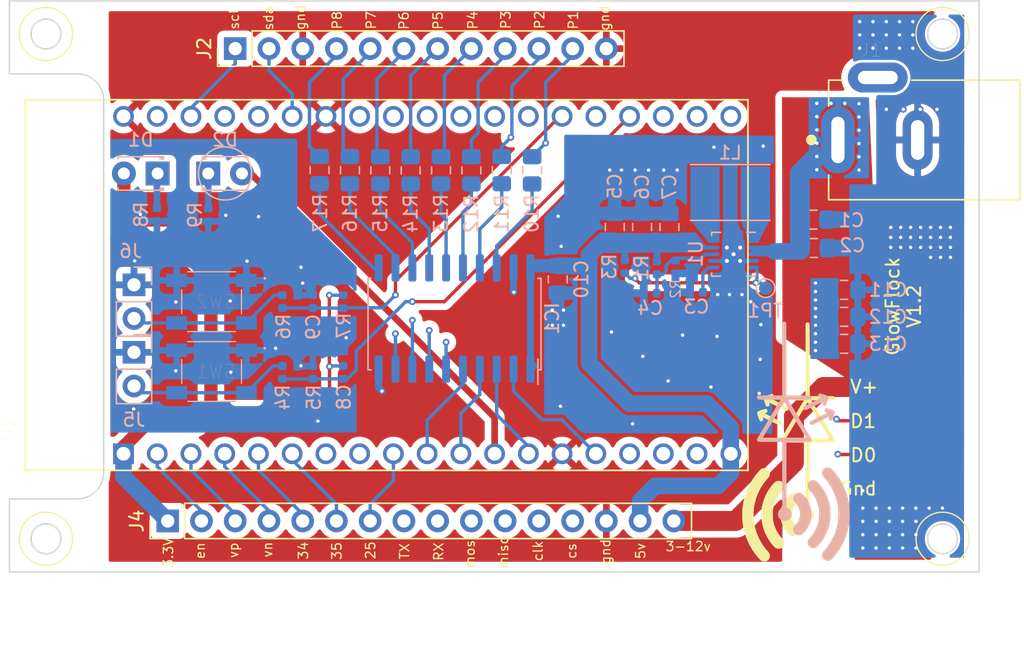
<source format=kicad_pcb>
(kicad_pcb (version 20201002) (generator pcbnew)
  (layers (0 "F.Cu" signal) (1 "In1.Cu" signal) (2 "In2.Cu" signal) (31 "B.Cu" signal) (34 "B.Paste" user) (35 "F.Paste" user) (36 "B.SilkS" user "B.Silkscreen") (37 "F.SilkS" user "F.Silkscreen") (38 "B.Mask" user) (39 "F.Mask" user) (44 "Edge.Cuts" user))
  (net 0 "")
  (net 1 "GND")
  (net 2 "+5V")
  (net 3 "Net-(D1-Pad1)")
  (net 4 "Net-(D2-Pad1)")
  (net 5 "Net-(IC1-Pad18)")
  (net 6 "Net-(IC1-Pad17)")
  (net 7 "Net-(IC1-Pad16)")
  (net 8 "Net-(IC1-Pad15)")
  (net 9 "Net-(IC1-Pad14)")
  (net 10 "Net-(IC1-Pad13)")
  (net 11 "Net-(IC1-Pad12)")
  (net 12 "Net-(IC1-Pad11)")
  (net 13 "Net-(C4-Pad1)")
  (net 14 "/L1PB")
  (net 15 "/L1PA")
  (net 16 "+3V3")
  (net 17 "/3-12v")
  (net 18 "/button_2")
  (net 19 "/button_1")
  (net 20 "/pixels_2")
  (net 21 "/pixels_1")
  (net 22 "/pixels_3")
  (net 23 "/pixels_4")
  (net 24 "/pixels_5")
  (net 25 "/pixels_6")
  (net 26 "/pixels_7")
  (net 27 "/pixels_8")
  (net 28 "/level_shift_5")
  (net 29 "/level_shift_6")
  (net 30 "/level_shift_7")
  (net 31 "/level_shift_8")
  (net 32 "/vspi_cs")
  (net 33 "/vspi_clk")
  (net 34 "/vspi_miso")
  (net 35 "/i2c_sda")
  (net 36 "/uart_rx")
  (net 37 "/uart_tx")
  (net 38 "/i2c_scl")
  (net 39 "/vspi_mosi")
  (net 40 "/level_shift_4")
  (net 41 "/level_shift_3")
  (net 42 "/status_led")
  (net 43 "/level_shift_2")
  (net 44 "/level_shift_1")
  (net 45 "/io25")
  (net 46 "/io35")
  (net 47 "/io34")
  (net 48 "/sensor_vn")
  (net 49 "/sensor_vp")
  (net 50 "/en")
  (net 51 "Net-(J5-Pad2)")
  (net 52 "Net-(J6-Pad2)")
  (net 53 "Net-(C3-Pad1)")
  (net 54 "Net-(R3-Pad2)")
  (net 55 "Net-(U2-Pad38)")
  (net 56 "Net-(U2-Pad37)")
  (net 57 "Net-(U2-Pad36)")
  (net 58 "Net-(U2-Pad18)")
  (net 59 "Net-(U2-Pad17)")
  (net 60 "Net-(U2-Pad16)")
  (net 61 "Net-(U2-Pad8)")
  (net 62 "Net-(U2-Pad7)")
  (net 63 "Net-(J1-Pad3)")
  (module "Connector_PinHeader_2.54mm:PinHeader_1x16_P2.54mm_Vertical" (layer "F.Cu") (at 109.22 137.16 90)
    (fp_text reference "J4" (at 0 -2.33 90) (layer "F.SilkS"))
    (fp_text value "Conn_01x16")
    (pad "1" thru_hole rect (at 0 0 90) (size 1.7 1.7) (drill 1) (layers *.Cu *.Mask) (net 16 "+3V3"))
    (pad "2" thru_hole oval (at 0 2.54 90) (size 1.7 1.7) (drill 1) (layers *.Cu *.Mask) (net 50 "/en"))
    (pad "3" thru_hole oval (at 0 5.08 90) (size 1.7 1.7) (drill 1) (layers *.Cu *.Mask) (net 49 "/sensor_vp"))
    (pad "4" thru_hole oval (at 0 7.62 90) (size 1.7 1.7) (drill 1) (layers *.Cu *.Mask) (net 48 "/sensor_vn"))
    (pad "5" thru_hole oval (at 0 10.16 90) (size 1.7 1.7) (drill 1) (layers *.Cu *.Mask) (net 47 "/io34"))
    (pad "6" thru_hole oval (at 0 12.7 90) (size 1.7 1.7) (drill 1) (layers *.Cu *.Mask) (net 46 "/io35"))
    (pad "7" thru_hole oval (at 0 15.24 90) (size 1.7 1.7) (drill 1) (layers *.Cu *.Mask) (net 45 "/io25"))
    (pad "8" thru_hole oval (at 0 17.78 90) (size 1.7 1.7) (drill 1) (layers *.Cu *.Mask) (net 37 "/uart_tx"))
    (pad "9" thru_hole oval (at 0 20.32 90) (size 1.7 1.7) (drill 1) (layers *.Cu *.Mask) (net 36 "/uart_rx"))
    (pad "10" thru_hole oval (at 0 22.86 90) (size 1.7 1.7) (drill 1) (layers *.Cu *.Mask) (net 39 "/vspi_mosi"))
    (pad "11" thru_hole oval (at 0 25.4 90) (size 1.7 1.7) (drill 1) (layers *.Cu *.Mask) (net 34 "/vspi_miso"))
    (pad "12" thru_hole oval (at 0 27.94 90) (size 1.7 1.7) (drill 1) (layers *.Cu *.Mask) (net 33 "/vspi_clk"))
    (pad "13" thru_hole oval (at 0 30.48 90) (size 1.7 1.7) (drill 1) (layers *.Cu *.Mask) (net 32 "/vspi_cs"))
    (pad "14" thru_hole oval (at 0 33.02 90) (size 1.7 1.7) (drill 1) (layers *.Cu *.Mask) (net 1 "GND"))
    (pad "15" thru_hole oval (at 0 35.56 90) (size 1.7 1.7) (drill 1) (layers *.Cu *.Mask) (net 2 "+5V"))
    (pad "16" thru_hole oval (at 0 38.1 90) (size 1.7 1.7) (drill 1) (layers *.Cu *.Mask) (net 17 "/3-12v"))
  )
  (module "GlowFlock footprints:CUI_PJ-002AH" (layer "F.Cu") (at 159.675 108.475)
    (fp_text reference "J1" (at 2.485118 -6.76532) (layer "F.SilkS") (effects (font (size 1.000047 1.000047) (thickness 0.015))))
    (fp_text value "DC Jack - PJ-002AH")
    (pad "1" thru_hole oval (at 0 0) (size 2.5 5) (drill oval 1 3.5) (layers *.Cu *.Mask) (net 17 "/3-12v"))
    (pad "2" thru_hole oval (at 6 0) (size 2.25 4.5) (drill oval 1 3) (layers *.Cu *.Mask) (net 1 "GND"))
    (pad "3" thru_hole oval (at 3 -4.7) (size 4.5 2.25) (drill oval 3 1) (layers *.Cu *.Mask) (net 63 "Net-(J1-Pad3)"))
  )
  (module "WiFi LED Logo:wifi_to_led_18mm" (layer "F.Cu") (at 155.956 131.2164 90)
    (fp_text reference "G***" hide)
    (fp_text value "LOGO" hide)
  )
  (module "Connector_PinHeader_2.54mm:PinHeader_1x12_P2.54mm_Vertical" (layer "F.Cu") (at 114.3 101.6 90)
    (fp_text reference "J2" (at 0 -2.33 90) (layer "F.SilkS"))
    (fp_text value "Conn_01x12")
    (pad "1" thru_hole rect (at 0 0 90) (size 1.7 1.7) (drill 1) (layers *.Cu *.Mask) (net 38 "/i2c_scl"))
    (pad "2" thru_hole oval (at 0 2.54 90) (size 1.7 1.7) (drill 1) (layers *.Cu *.Mask) (net 35 "/i2c_sda"))
    (pad "3" thru_hole oval (at 0 5.08 90) (size 1.7 1.7) (drill 1) (layers *.Cu *.Mask) (net 1 "GND"))
    (pad "4" thru_hole oval (at 0 7.62 90) (size 1.7 1.7) (drill 1) (layers *.Cu *.Mask) (net 27 "/pixels_8"))
    (pad "5" thru_hole oval (at 0 10.16 90) (size 1.7 1.7) (drill 1) (layers *.Cu *.Mask) (net 26 "/pixels_7"))
    (pad "6" thru_hole oval (at 0 12.7 90) (size 1.7 1.7) (drill 1) (layers *.Cu *.Mask) (net 25 "/pixels_6"))
    (pad "7" thru_hole oval (at 0 15.24 90) (size 1.7 1.7) (drill 1) (layers *.Cu *.Mask) (net 24 "/pixels_5"))
    (pad "8" thru_hole oval (at 0 17.78 90) (size 1.7 1.7) (drill 1) (layers *.Cu *.Mask) (net 23 "/pixels_4"))
    (pad "9" thru_hole oval (at 0 20.32 90) (size 1.7 1.7) (drill 1) (layers *.Cu *.Mask) (net 22 "/pixels_3"))
    (pad "10" thru_hole oval (at 0 22.86 90) (size 1.7 1.7) (drill 1) (layers *.Cu *.Mask) (net 20 "/pixels_2"))
    (pad "11" thru_hole oval (at 0 25.4 90) (size 1.7 1.7) (drill 1) (layers *.Cu *.Mask) (net 21 "/pixels_1"))
    (pad "12" thru_hole oval (at 0 27.94 90) (size 1.7 1.7) (drill 1) (layers *.Cu *.Mask) (net 1 "GND"))
  )
  (module "jst-landing-pads:jst-smd-landing" (layer "F.Cu") (at 165.4302 130.8862)
    (fp_text reference "J3" hide)
    (fp_text value "JST SM")
    (fp_text user "D1" (at -3.8608 -1.2446 unlocked) (layer "F.SilkS"))
    (fp_text user "D0" (at -3.8354 1.3208 unlocked) (layer "F.SilkS"))
    (fp_text user "Gnd" (at -4.2418 3.8354 unlocked) (layer "F.SilkS"))
    (fp_text user "V+" (at -3.7846 -3.8354 unlocked) (layer "F.SilkS"))
    (pad "1" smd rect (at 0 -3.81) (size 5 1) (layers "F.Cu" "F.Paste" "F.Mask") (net 17 "/3-12v"))
    (pad "2" smd rect (at 0 -1.27) (size 5 1) (layers "F.Cu" "F.Paste" "F.Mask") (net 21 "/pixels_1"))
    (pad "3" smd rect (at 0 1.27) (size 5 1) (layers "F.Cu" "F.Paste" "F.Mask") (net 20 "/pixels_2"))
    (pad "4" smd rect (at 0 3.81) (size 5 1) (layers "F.Cu" "F.Paste" "F.Mask") (net 1 "GND"))
  )
  (module "GlowFlock footprints:MODULE_ESP32-DEVKITC-32D" (layer "F.Cu") (at 125.65 119.4 90)
    (fp_text reference "U2" (at -10.829175 -28.446045 90) (layer "F.SilkS") (effects (font (size 1.000386 1.000386) (thickness 0.015))))
    (fp_text value "ESP32-DEVKITC-32D")
    (pad "1" thru_hole rect (at -12.7 -19.76 90) (size 1.56 1.56) (drill 1.04) (layers *.Cu *.Mask) (net 16 "+3V3"))
    (pad "2" thru_hole circle (at -12.7 -17.22 90) (size 1.56 1.56) (drill 1.04) (layers *.Cu *.Mask) (net 50 "/en"))
    (pad "3" thru_hole circle (at -12.7 -14.68 90) (size 1.56 1.56) (drill 1.04) (layers *.Cu *.Mask) (net 49 "/sensor_vp"))
    (pad "4" thru_hole circle (at -12.7 -12.14 90) (size 1.56 1.56) (drill 1.04) (layers *.Cu *.Mask) (net 48 "/sensor_vn"))
    (pad "5" thru_hole circle (at -12.7 -9.6 90) (size 1.56 1.56) (drill 1.04) (layers *.Cu *.Mask) (net 47 "/io34"))
    (pad "6" thru_hole circle (at -12.7 -7.06 90) (size 1.56 1.56) (drill 1.04) (layers *.Cu *.Mask) (net 46 "/io35"))
    (pad "7" thru_hole circle (at -12.7 -4.52 90) (size 1.56 1.56) (drill 1.04) (layers *.Cu *.Mask) (net 62 "Net-(U2-Pad7)"))
    (pad "8" thru_hole circle (at -12.7 -1.98 90) (size 1.56 1.56) (drill 1.04) (layers *.Cu *.Mask) (net 61 "Net-(U2-Pad8)"))
    (pad "9" thru_hole circle (at -12.7 0.56 90) (size 1.56 1.56) (drill 1.04) (layers *.Cu *.Mask) (net 45 "/io25"))
    (pad "10" thru_hole circle (at -12.7 3.1 90) (size 1.56 1.56) (drill 1.04) (layers *.Cu *.Mask) (net 40 "/level_shift_4"))
    (pad "11" thru_hole circle (at -12.7 5.64 90) (size 1.56 1.56) (drill 1.04) (layers *.Cu *.Mask) (net 41 "/level_shift_3"))
    (pad "12" thru_hole circle (at -12.7 8.18 90) (size 1.56 1.56) (drill 1.04) (layers *.Cu *.Mask) (net 42 "/status_led"))
    (pad "13" thru_hole circle (at -12.7 10.72 90) (size 1.56 1.56) (drill 1.04) (layers *.Cu *.Mask) (net 43 "/level_shift_2"))
    (pad "14" thru_hole circle (at -12.7 13.26 90) (size 1.56 1.56) (drill 1.04) (layers *.Cu *.Mask) (net 1 "GND"))
    (pad "15" thru_hole circle (at -12.7 15.8 90) (size 1.56 1.56) (drill 1.04) (layers *.Cu *.Mask) (net 44 "/level_shift_1"))
    (pad "16" thru_hole circle (at -12.7 18.34 90) (size 1.56 1.56) (drill 1.04) (layers *.Cu *.Mask) (net 60 "Net-(U2-Pad16)"))
    (pad "17" thru_hole circle (at -12.7 20.88 90) (size 1.56 1.56) (drill 1.04) (layers *.Cu *.Mask) (net 59 "Net-(U2-Pad17)"))
    (pad "18" thru_hole circle (at -12.7 23.42 90) (size 1.56 1.56) (drill 1.04) (layers *.Cu *.Mask) (net 58 "Net-(U2-Pad18)"))
    (pad "19" thru_hole circle (at -12.7 25.96 90) (size 1.56 1.56) (drill 1.04) (layers *.Cu *.Mask) (net 2 "+5V"))
    (pad "20" thru_hole circle (at 12.7 -19.76 90) (size 1.56 1.56) (drill 1.04) (layers *.Cu *.Mask) (net 1 "GND"))
    (pad "21" thru_hole circle (at 12.7 -17.22 90) (size 1.56 1.56) (drill 1.04) (layers *.Cu *.Mask) (net 39 "/vspi_mosi"))
    (pad "22" thru_hole circle (at 12.7 -14.68 90) (size 1.56 1.56) (drill 1.04) (layers *.Cu *.Mask) (net 38 "/i2c_scl"))
    (pad "23" thru_hole circle (at 12.7 -12.14 90) (size 1.56 1.56) (drill 1.04) (layers *.Cu *.Mask) (net 37 "/uart_tx"))
    (pad "24" thru_hole circle (at 12.7 -9.6 90) (size 1.56 1.56) (drill 1.04) (layers *.Cu *.Mask) (net 36 "/uart_rx"))
    (pad "25" thru_hole circle (at 12.7 -7.06 90) (size 1.56 1.56) (drill 1.04) (layers *.Cu *.Mask) (net 35 "/i2c_sda"))
    (pad "26" thru_hole circle (at 12.7 -4.52 90) (size 1.56 1.56) (drill 1.04) (layers *.Cu *.Mask) (net 1 "GND"))
    (pad "27" thru_hole circle (at 12.7 -1.98 90) (size 1.56 1.56) (drill 1.04) (layers *.Cu *.Mask) (net 34 "/vspi_miso"))
    (pad "28" thru_hole circle (at 12.7 0.56 90) (size 1.56 1.56) (drill 1.04) (layers *.Cu *.Mask) (net 33 "/vspi_clk"))
    (pad "29" thru_hole circle (at 12.7 3.1 90) (size 1.56 1.56) (drill 1.04) (layers *.Cu *.Mask) (net 32 "/vspi_cs"))
    (pad "30" thru_hole circle (at 12.7 5.64 90) (size 1.56 1.56) (drill 1.04) (layers *.Cu *.Mask) (net 31 "/level_shift_8"))
    (pad "31" thru_hole circle (at 12.7 8.18 90) (size 1.56 1.56) (drill 1.04) (layers *.Cu *.Mask) (net 30 "/level_shift_7"))
    (pad "32" thru_hole circle (at 12.7 10.72 90) (size 1.56 1.56) (drill 1.04) (layers *.Cu *.Mask) (net 29 "/level_shift_6"))
    (pad "33" thru_hole circle (at 12.7 13.26 90) (size 1.56 1.56) (drill 1.04) (layers *.Cu *.Mask) (net 18 "/button_2"))
    (pad "34" thru_hole circle (at 12.7 15.8 90) (size 1.56 1.56) (drill 1.04) (layers *.Cu *.Mask) (net 28 "/level_shift_5"))
    (pad "35" thru_hole circle (at 12.7 18.34 90) (size 1.56 1.56) (drill 1.04) (layers *.Cu *.Mask) (net 19 "/button_1"))
    (pad "36" thru_hole circle (at 12.7 20.88 90) (size 1.56 1.56) (drill 1.04) (layers *.Cu *.Mask) (net 57 "Net-(U2-Pad36)"))
    (pad "37" thru_hole circle (at 12.7 23.42 90) (size 1.56 1.56) (drill 1.04) (layers *.Cu *.Mask) (net 56 "Net-(U2-Pad37)"))
    (pad "38" thru_hole circle (at 12.7 25.96 90) (size 1.56 1.56) (drill 1.04) (layers *.Cu *.Mask) (net 55 "Net-(U2-Pad38)"))
  )
  (module "Resistor_SMD:R_0402_1005Metric" (layer "B.Cu") (at 117.856 125.975 -90)
    (fp_text reference "R4" (at 1.8886 -0.0254 90) (layer "B.SilkS") (effects (justify mirror)))
    (fp_text value "1K")
    (pad "1" smd roundrect (at -0.485 0 270) (size 0.59 0.64) (layers "B.Cu" "B.Paste" "B.Mask") (net 51 "Net-(J5-Pad2)"))
    (pad "2" smd roundrect (at 0.485 0 270) (size 0.59 0.64) (layers "B.Cu" "B.Paste" "B.Mask") (net 19 "/button_1"))
  )
  (module "Resistor_SMD:R_0402_1005Metric" (layer "B.Cu") (at 147.447 118.0338 -90)
    (fp_text reference "R2" (at 1.651 0 90) (layer "B.SilkS") (effects (font (size 0.75 0.75) (thickness 0.1)) (justify mirror)))
    (fp_text value "110K")
    (pad "1" smd roundrect (at -0.485 0 270) (size 0.59 0.64) (layers "B.Cu" "B.Paste" "B.Mask") (net 13 "Net-(C4-Pad1)"))
    (pad "2" smd roundrect (at 0.485 0 270) (size 0.59 0.64) (layers "B.Cu" "B.Paste" "B.Mask") (net 1 "GND"))
  )
  (module "WiFi LED Logo:wifi_to_led_18mm" (layer "B.Cu") (at 157.0736 131.1656 90)
    (fp_text reference "G***" hide)
    (fp_text value "LOGO" hide)
  )
  (module "LED_THT:LED_D1.8mm_W3.3mm_H2.4mm" (layer "B.Cu") (at 112.268 110.998)
    (fp_text reference "D2" (at 1.265 -2.54) (layer "B.SilkS") (effects (justify mirror)))
    (fp_text value "Green LED")
    (pad "1" thru_hole rect (at 0 0) (size 1.8 1.8) (drill 0.9) (layers *.Cu *.Mask) (net 4 "Net-(D2-Pad1)"))
    (pad "2" thru_hole circle (at 2.54 0) (size 1.8 1.8) (drill 0.9) (layers *.Cu *.Mask) (net 42 "/status_led"))
  )
  (module "TestPoint:TestPoint_Pad_D1.0mm" (layer "B.Cu") (at 154.2288 119.634 180)
    (fp_text reference "TP1" (at 0.0254 -1.7018) (layer "B.SilkS") (effects (justify mirror)))
    (fp_text value "TestPoint")
    (pad "1" smd circle (at 0 0 180) (size 1 1) (layers "B.Cu" "B.Mask") (net 54 "Net-(R3-Pad2)"))
  )
  (module "Resistor_SMD:R_0805_2012Metric_Pad1.15x1.40mm_HandSolder" (layer "B.Cu") (at 132.08 110.762 90)
    (fp_text reference "R12" (at -3.284 0 90) (layer "B.SilkS") (effects (justify mirror)))
    (fp_text value "100")
    (pad "1" smd roundrect (at -1.025 0 90) (size 1.15 1.4) (layers "B.Cu" "B.Paste" "B.Mask") (roundrect_rratio 0.2173913043478261) (net 7 "Net-(IC1-Pad16)"))
    (pad "2" smd roundrect (at 1.025 0 90) (size 1.15 1.4) (layers "B.Cu" "B.Paste" "B.Mask") (roundrect_rratio 0.2173913043478261) (net 22 "/pixels_3"))
  )
  (module "Capacitor_SMD:C_0805_2012Metric_Pad1.15x1.40mm_HandSolder" (layer "B.Cu") (at 157.8356 114.4778)
    (fp_text reference "C1" (at 2.85 0.05) (layer "B.SilkS") (effects (justify mirror)))
    (fp_text value "10uF")
    (pad "1" smd roundrect (at -1.025 0) (size 1.15 1.4) (layers "B.Cu" "B.Paste" "B.Mask") (roundrect_rratio 0.2173913043478261) (net 17 "/3-12v"))
    (pad "2" smd roundrect (at 1.025 0) (size 1.15 1.4) (layers "B.Cu" "B.Paste" "B.Mask") (roundrect_rratio 0.2173913043478261) (net 1 "GND"))
  )
  (module "Capacitor_SMD:C_0805_2012Metric_Pad1.15x1.40mm_HandSolder" (layer "B.Cu") (at 144.9324 115.0366 90)
    (fp_text reference "C6" (at 3.025 0 90) (layer "B.SilkS") (effects (justify mirror)))
    (fp_text value "22uF")
    (pad "1" smd roundrect (at -1.025 0 90) (size 1.15 1.4) (layers "B.Cu" "B.Paste" "B.Mask") (roundrect_rratio 0.2173913043478261) (net 2 "+5V"))
    (pad "2" smd roundrect (at 1.025 0 90) (size 1.15 1.4) (layers "B.Cu" "B.Paste" "B.Mask") (roundrect_rratio 0.2173913043478261) (net 1 "GND"))
  )
  (module "Resistor_SMD:R_0402_1005Metric" (layer "B.Cu") (at 108.4072 114.0968 -90)
    (fp_text reference "R8" (at 0 1.1938 90) (layer "B.SilkS") (effects (justify mirror)))
    (fp_text value "680")
    (pad "1" smd roundrect (at -0.485 0 270) (size 0.59 0.64) (layers "B.Cu" "B.Paste" "B.Mask") (net 3 "Net-(D1-Pad1)"))
    (pad "2" smd roundrect (at 0.485 0 270) (size 0.59 0.64) (layers "B.Cu" "B.Paste" "B.Mask") (net 1 "GND"))
  )
  (module "Resistor_SMD:R_0805_2012Metric_Pad1.15x1.40mm_HandSolder" (layer "B.Cu") (at 136.652 110.762 90)
    (fp_text reference "R10" (at -3.2586 -0.0254 90) (layer "B.SilkS") (effects (justify mirror)))
    (fp_text value "100")
    (pad "1" smd roundrect (at -1.025 0 90) (size 1.15 1.4) (layers "B.Cu" "B.Paste" "B.Mask") (roundrect_rratio 0.2173913043478261) (net 5 "Net-(IC1-Pad18)"))
    (pad "2" smd roundrect (at 1.025 0 90) (size 1.15 1.4) (layers "B.Cu" "B.Paste" "B.Mask") (roundrect_rratio 0.2173913043478261) (net 21 "/pixels_1"))
  )
  (module "Capacitor_SMD:C_0805_2012Metric_Pad1.15x1.40mm_HandSolder" (layer "B.Cu") (at 157.864 116.6114)
    (fp_text reference "C2" (at 2.9 -0.2) (layer "B.SilkS") (effects (justify mirror)))
    (fp_text value "10uF")
    (pad "1" smd roundrect (at -1.025 0) (size 1.15 1.4) (layers "B.Cu" "B.Paste" "B.Mask") (roundrect_rratio 0.2173913043478261) (net 17 "/3-12v"))
    (pad "2" smd roundrect (at 1.025 0) (size 1.15 1.4) (layers "B.Cu" "B.Paste" "B.Mask") (roundrect_rratio 0.2173913043478261) (net 1 "GND"))
  )
  (module "Capacitor_SMD:C_0805_2012Metric_Pad1.15x1.40mm_HandSolder" (layer "B.Cu") (at 160.147 123.825)
    (fp_text reference "C13" (at 3.302 0) (layer "B.SilkS") (effects (justify mirror)))
    (fp_text value "10uF")
    (pad "1" smd roundrect (at -1.025 0) (size 1.15 1.4) (layers "B.Cu" "B.Paste" "B.Mask") (roundrect_rratio 0.2173913043478261) (net 17 "/3-12v"))
    (pad "2" smd roundrect (at 1.025 0) (size 1.15 1.4) (layers "B.Cu" "B.Paste" "B.Mask") (roundrect_rratio 0.2173913043478261) (net 1 "GND"))
  )
  (module "Resistor_SMD:R_0402_1005Metric" (layer "B.Cu") (at 122.428 120.65 -90)
    (fp_text reference "R7" (at 1.8034 -0.0508 90) (layer "B.SilkS") (effects (justify mirror)))
    (fp_text value "10k")
    (pad "1" smd roundrect (at -0.485 0 270) (size 0.59 0.64) (layers "B.Cu" "B.Paste" "B.Mask") (net 16 "+3V3"))
    (pad "2" smd roundrect (at 0.485 0 270) (size 0.59 0.64) (layers "B.Cu" "B.Paste" "B.Mask") (net 18 "/button_2"))
  )
  (module "Resistor_SMD:R_0402_1005Metric" (layer "B.Cu") (at 117.856 120.641 -90)
    (fp_text reference "R6" (at 1.8886 -0.0762 90) (layer "B.SilkS") (effects (justify mirror)))
    (fp_text value "1K")
    (pad "1" smd roundrect (at -0.485 0 270) (size 0.59 0.64) (layers "B.Cu" "B.Paste" "B.Mask") (net 52 "Net-(J6-Pad2)"))
    (pad "2" smd roundrect (at 0.485 0 270) (size 0.59 0.64) (layers "B.Cu" "B.Paste" "B.Mask") (net 18 "/button_2"))
  )
  (module "GlowFlock footprints:PTS647SK38SMTR2LFS" (layer "B.Cu") (at 112.522 125.908 180)
    (fp_text reference "SW1" (at -0.325 0) (layer "B.SilkS") (effects (font (thickness 0.015)) (justify mirror)))
    (fp_text value "SW_MEC_5G")
    (pad "1" smd rect (at -2.625 1.6 180) (size 1.55 1) (layers "B.Cu" "B.Paste" "B.Mask") (net 1 "GND"))
    (pad "2" smd rect (at 2.625 1.6 180) (size 1.55 1) (layers "B.Cu" "B.Paste" "B.Mask") (net 1 "GND"))
    (pad "3" smd rect (at -2.625 -1.6 180) (size 1.55 1) (layers "B.Cu" "B.Paste" "B.Mask") (net 51 "Net-(J5-Pad2)"))
    (pad "4" smd rect (at 2.625 -1.6 180) (size 1.55 1) (layers "B.Cu" "B.Paste" "B.Mask") (net 51 "Net-(J5-Pad2)"))
  )
  (module "Capacitor_SMD:C_0805_2012Metric_Pad1.15x1.40mm_HandSolder" (layer "B.Cu") (at 142.875 115.0366 90)
    (fp_text reference "C5" (at 3.075 0 90) (layer "B.SilkS") (effects (justify mirror)))
    (fp_text value "22uF")
    (pad "1" smd roundrect (at -1.025 0 90) (size 1.15 1.4) (layers "B.Cu" "B.Paste" "B.Mask") (roundrect_rratio 0.2173913043478261) (net 2 "+5V"))
    (pad "2" smd roundrect (at 1.025 0 90) (size 1.15 1.4) (layers "B.Cu" "B.Paste" "B.Mask") (roundrect_rratio 0.2173913043478261) (net 1 "GND"))
  )
  (module "Resistor_SMD:R_0805_2012Metric_Pad1.15x1.40mm_HandSolder" (layer "B.Cu") (at 122.936 110.753 90)
    (fp_text reference "R16" (at -3.234 0 90) (layer "B.SilkS") (effects (justify mirror)))
    (fp_text value "100")
    (pad "1" smd roundrect (at -1.025 0 90) (size 1.15 1.4) (layers "B.Cu" "B.Paste" "B.Mask") (roundrect_rratio 0.2173913043478261) (net 11 "Net-(IC1-Pad12)"))
    (pad "2" smd roundrect (at 1.025 0 90) (size 1.15 1.4) (layers "B.Cu" "B.Paste" "B.Mask") (roundrect_rratio 0.2173913043478261) (net 26 "/pixels_7"))
  )
  (module "LED_THT:LED_D1.8mm_W3.3mm_H2.4mm" (layer "B.Cu") (at 108.458 110.998 180)
    (fp_text reference "D1" (at 1.27 2.54) (layer "B.SilkS") (effects (justify mirror)))
    (fp_text value "Red LED")
    (pad "1" thru_hole rect (at 0 0 180) (size 1.8 1.8) (drill 0.9) (layers *.Cu *.Mask) (net 3 "Net-(D1-Pad1)"))
    (pad "2" thru_hole circle (at 2.54 0 180) (size 1.8 1.8) (drill 0.9) (layers *.Cu *.Mask) (net 16 "+3V3"))
  )
  (module "Capacitor_SMD:C_0402_1005Metric" (layer "B.Cu") (at 120.142 120.641 90)
    (fp_text reference "C9" (at -1.914 0.0254 90) (layer "B.SilkS") (effects (justify mirror)))
    (fp_text value "0.1µF")
    (pad "1" smd roundrect (at -0.485 0 90) (size 0.59 0.64) (layers "B.Cu" "B.Paste" "B.Mask") (net 18 "/button_2"))
    (pad "2" smd roundrect (at 0.485 0 90) (size 0.59 0.64) (layers "B.Cu" "B.Paste" "B.Mask") (net 1 "GND"))
  )
  (module "Capacitor_SMD:C_0402_1005Metric" (layer "B.Cu") (at 120.142 125.984 90)
    (fp_text reference "C8" (at -1.8542 2.3368 90) (layer "B.SilkS") (effects (justify mirror)))
    (fp_text value "0.1µF")
    (pad "1" smd roundrect (at -0.485 0 90) (size 0.59 0.64) (layers "B.Cu" "B.Paste" "B.Mask") (net 19 "/button_1"))
    (pad "2" smd roundrect (at 0.485 0 90) (size 0.59 0.64) (layers "B.Cu" "B.Paste" "B.Mask") (net 1 "GND"))
  )
  (module "Capacitor_SMD:C_0805_2012Metric_Pad1.15x1.40mm_HandSolder" (layer "B.Cu") (at 146.9898 115.0366 90)
    (fp_text reference "C7" (at 3.025 0 90) (layer "B.SilkS") (effects (justify mirror)))
    (fp_text value "22uF")
    (pad "1" smd roundrect (at -1.025 0 90) (size 1.15 1.4) (layers "B.Cu" "B.Paste" "B.Mask") (roundrect_rratio 0.2173913043478261) (net 2 "+5V"))
    (pad "2" smd roundrect (at 1.025 0 90) (size 1.15 1.4) (layers "B.Cu" "B.Paste" "B.Mask") (roundrect_rratio 0.2173913043478261) (net 1 "GND"))
  )
  (module "Resistor_SMD:R_0805_2012Metric_Pad1.15x1.40mm_HandSolder" (layer "B.Cu") (at 125.222 110.762 90)
    (fp_text reference "R15" (at -3.234 0 90) (layer "B.SilkS") (effects (justify mirror)))
    (fp_text value "100")
    (pad "1" smd roundrect (at -1.025 0 90) (size 1.15 1.4) (layers "B.Cu" "B.Paste" "B.Mask") (roundrect_rratio 0.2173913043478261) (net 10 "Net-(IC1-Pad13)"))
    (pad "2" smd roundrect (at 1.025 0 90) (size 1.15 1.4) (layers "B.Cu" "B.Paste" "B.Mask") (roundrect_rratio 0.2173913043478261) (net 25 "/pixels_6"))
  )
  (module "Resistor_SMD:R_0402_1005Metric" (layer "B.Cu") (at 122.428 125.975 -90)
    (fp_text reference "R5" (at 1.8886 2.2098 90) (layer "B.SilkS") (effects (justify mirror)))
    (fp_text value "10k")
    (pad "1" smd roundrect (at -0.485 0 270) (size 0.59 0.64) (layers "B.Cu" "B.Paste" "B.Mask") (net 16 "+3V3"))
    (pad "2" smd roundrect (at 0.485 0 270) (size 0.59 0.64) (layers "B.Cu" "B.Paste" "B.Mask") (net 19 "/button_1"))
  )
  (module "GlowFlock footprints:PTS647SK38SMTR2LFS" (layer "B.Cu") (at 112.522 120.65 180)
    (fp_text reference "SW2" (at -0.325 0) (layer "B.SilkS") (effects (font (thickness 0.015)) (justify mirror)))
    (fp_text value "SW_MEC_5G")
    (pad "1" smd rect (at -2.625 1.6 180) (size 1.55 1) (layers "B.Cu" "B.Paste" "B.Mask") (net 1 "GND"))
    (pad "2" smd rect (at 2.625 1.6 180) (size 1.55 1) (layers "B.Cu" "B.Paste" "B.Mask") (net 1 "GND"))
    (pad "3" smd rect (at -2.625 -1.6 180) (size 1.55 1) (layers "B.Cu" "B.Paste" "B.Mask") (net 52 "Net-(J6-Pad2)"))
    (pad "4" smd rect (at 2.625 -1.6 180) (size 1.55 1) (layers "B.Cu" "B.Paste" "B.Mask") (net 52 "Net-(J6-Pad2)"))
  )
  (module "Capacitor_SMD:C_0805_2012Metric_Pad1.15x1.40mm_HandSolder" (layer "B.Cu") (at 138.5824 118.9736 -90)
    (fp_text reference "C10" (at -0.009 -1.778 90) (layer "B.SilkS") (effects (justify mirror)))
    (fp_text value "1uF")
    (pad "1" smd roundrect (at -1.025 0 270) (size 1.15 1.4) (layers "B.Cu" "B.Paste" "B.Mask") (roundrect_rratio 0.2173913043478261) (net 2 "+5V"))
    (pad "2" smd roundrect (at 1.025 0 270) (size 1.15 1.4) (layers "B.Cu" "B.Paste" "B.Mask") (roundrect_rratio 0.2173913043478261) (net 1 "GND"))
  )
  (module "Capacitor_SMD:C_0402_1005Metric" (layer "B.Cu") (at 149.0218 119.9388 180)
    (fp_text reference "C3" (at 0 -1.0922) (layer "B.SilkS") (effects (justify mirror)))
    (fp_text value "0.1uF")
    (pad "1" smd roundrect (at -0.485 0 180) (size 0.59 0.64) (layers "B.Cu" "B.Paste" "B.Mask") (net 53 "Net-(C3-Pad1)"))
    (pad "2" smd roundrect (at 0.485 0 180) (size 0.59 0.64) (layers "B.Cu" "B.Paste" "B.Mask") (net 1 "GND"))
  )
  (module "Resistor_SMD:R_0805_2012Metric_Pad1.15x1.40mm_HandSolder" (layer "B.Cu") (at 129.794 110.762 90)
    (fp_text reference "R13" (at -3.234 0 90) (layer "B.SilkS") (effects (justify mirror)))
    (fp_text value "100")
    (pad "1" smd roundrect (at -1.025 0 90) (size 1.15 1.4) (layers "B.Cu" "B.Paste" "B.Mask") (roundrect_rratio 0.2173913043478261) (net 8 "Net-(IC1-Pad15)"))
    (pad "2" smd roundrect (at 1.025 0 90) (size 1.15 1.4) (layers "B.Cu" "B.Paste" "B.Mask") (roundrect_rratio 0.2173913043478261) (net 23 "/pixels_4"))
  )
  (module "Inductor_SMD:L_Taiyo-Yuden_NR-40xx_HandSoldering" (layer "B.Cu") (at 151.564 112.4315 180)
    (fp_text reference "L1" (at 0 3) (layer "B.SilkS") (effects (justify mirror)))
    (fp_text value "1uH")
    (pad "1" smd rect (at -1.9 0 180) (size 2.2 3.9) (layers "B.Cu" "B.Paste" "B.Mask") (net 15 "/L1PA"))
    (pad "2" smd rect (at 1.9 0 180) (size 2.2 3.9) (layers "B.Cu" "B.Paste" "B.Mask") (net 14 "/L1PB"))
  )
  (module "Capacitor_SMD:C_0805_2012Metric_Pad1.15x1.40mm_HandSolder" (layer "B.Cu") (at 160.147 119.761)
    (fp_text reference "C11" (at 3.302 0) (layer "B.SilkS") (effects (justify mirror)))
    (fp_text value "10uF")
    (pad "1" smd roundrect (at -1.025 0) (size 1.15 1.4) (layers "B.Cu" "B.Paste" "B.Mask") (roundrect_rratio 0.2173913043478261) (net 17 "/3-12v"))
    (pad "2" smd roundrect (at 1.025 0) (size 1.15 1.4) (layers "B.Cu" "B.Paste" "B.Mask") (roundrect_rratio 0.2173913043478261) (net 1 "GND"))
  )
  (module "Resistor_SMD:R_0805_2012Metric_Pad1.15x1.40mm_HandSolder" (layer "B.Cu") (at 120.65 110.744 90)
    (fp_text reference "R17" (at -3.234 0.05 90) (layer "B.SilkS") (effects (justify mirror)))
    (fp_text value "100")
    (pad "1" smd roundrect (at -1.025 0 90) (size 1.15 1.4) (layers "B.Cu" "B.Paste" "B.Mask") (roundrect_rratio 0.2173913043478261) (net 12 "Net-(IC1-Pad11)"))
    (pad "2" smd roundrect (at 1.025 0 90) (size 1.15 1.4) (layers "B.Cu" "B.Paste" "B.Mask") (roundrect_rratio 0.2173913043478261) (net 27 "/pixels_8"))
  )
  (module "Resistor_SMD:R_0402_1005Metric" (layer "B.Cu") (at 143.637 118.0084 -90)
    (fp_text reference "R3" (at 0 1.17 90) (layer "B.SilkS") (effects (justify mirror)))
    (fp_text value "1M")
    (pad "1" smd roundrect (at -0.485 0 270) (size 0.59 0.64) (layers "B.Cu" "B.Paste" "B.Mask") (net 2 "+5V"))
    (pad "2" smd roundrect (at 0.485 0 270) (size 0.59 0.64) (layers "B.Cu" "B.Paste" "B.Mask") (net 54 "Net-(R3-Pad2)"))
  )
  (module "Resistor_SMD:R_0402_1005Metric" (layer "B.Cu") (at 146.05 118.11 -90)
    (fp_text reference "R1" (at 0 1.17 90) (layer "B.SilkS") (effects (justify mirror)))
    (fp_text value "1M")
    (pad "1" smd roundrect (at -0.485 0 270) (size 0.59 0.64) (layers "B.Cu" "B.Paste" "B.Mask") (net 2 "+5V"))
    (pad "2" smd roundrect (at 0.485 0 270) (size 0.59 0.64) (layers "B.Cu" "B.Paste" "B.Mask") (net 13 "Net-(C4-Pad1)"))
  )
  (module "Capacitor_SMD:C_0805_2012Metric_Pad1.15x1.40mm_HandSolder" (layer "B.Cu") (at 160.147 121.793)
    (fp_text reference "C12" (at 3.302 0) (layer "B.SilkS") (effects (justify mirror)))
    (fp_text value "10uF")
    (pad "1" smd roundrect (at -1.025 0) (size 1.15 1.4) (layers "B.Cu" "B.Paste" "B.Mask") (roundrect_rratio 0.2173913043478261) (net 17 "/3-12v"))
    (pad "2" smd roundrect (at 1.025 0) (size 1.15 1.4) (layers "B.Cu" "B.Paste" "B.Mask") (roundrect_rratio 0.2173913043478261) (net 1 "GND"))
  )
  (module "Connector_PinHeader_2.54mm:PinHeader_1x02_P2.54mm_Vertical" (layer "B.Cu") (at 106.68 124.46 180)
    (fp_text reference "J5" (at 0 -5.08) (layer "B.SilkS") (effects (justify mirror)))
    (fp_text value "switch_jumpers")
    (pad "1" thru_hole rect (at 0 0 180) (size 1.7 1.7) (drill 1) (layers *.Cu *.Mask) (net 1 "GND"))
    (pad "2" thru_hole oval (at 0 -2.54 180) (size 1.7 1.7) (drill 1) (layers *.Cu *.Mask) (net 51 "Net-(J5-Pad2)"))
  )
  (module "Package_SON:Texas_S-PWSON-N10_ThermalVias" (layer "B.Cu") (at 151.814 117.0815 180)
    (fp_text reference "U1" (at 2.843 0.05 90) (layer "B.SilkS") (effects (justify mirror)))
    (fp_text value "TPS63060")
    (pad "1" smd rect (at -1.76 1 180) (size 0.28 0.28) (layers "B.Cu" "B.Paste" "B.Mask") (net 15 "/L1PA"))
    (pad "1" smd oval (at -1.475 1 180) (size 0.85 0.28) (layers "B.Cu" "B.Paste" "B.Mask") (net 15 "/L1PA"))
    (pad "2" smd oval (at -1.475 0.5 180) (size 0.85 0.28) (layers "B.Cu" "B.Paste" "B.Mask") (net 17 "/3-12v"))
    (pad "2" smd rect (at -1.76 0.5 180) (size 0.28 0.28) (layers "B.Cu" "B.Paste" "B.Mask") (net 17 "/3-12v"))
    (pad "3" smd oval (at -1.475 0 180) (size 0.85 0.28) (layers "B.Cu" "B.Paste" "B.Mask") (net 17 "/3-12v"))
    (pad "3" smd rect (at -1.76 0 180) (size 0.28 0.28) (layers "B.Cu" "B.Paste" "B.Mask") (net 17 "/3-12v"))
    (pad "4" smd rect (at -1.76 -0.5 180) (size 0.28 0.28) (layers "B.Cu" "B.Paste" "B.Mask") (net 1 "GND"))
    (pad "4" smd oval (at -1.475 -0.5 180) (size 0.85 0.28) (layers "B.Cu" "B.Paste" "B.Mask") (net 1 "GND"))
    (pad "5" smd oval (at -1.475 -1 180) (size 0.85 0.28) (layers "B.Cu" "B.Paste" "B.Mask") (net 54 "Net-(R3-Pad2)"))
    (pad "5" smd rect (at -1.76 -1 180) (size 0.28 0.28) (layers "B.Cu" "B.Paste" "B.Mask") (net 54 "Net-(R3-Pad2)"))
    (pad "6" smd rect (at 1.76 -1 180) (size 0.28 0.28) (layers "B.Cu" "B.Paste" "B.Mask") (net 53 "Net-(C3-Pad1)"))
    (pad "6" smd oval (at 1.475 -1 180) (size 0.85 0.28) (layers "B.Cu" "B.Paste" "B.Mask") (net 53 "Net-(C3-Pad1)"))
    (pad "7" smd oval (at 1.475 -0.5 180) (size 0.85 0.28) (layers "B.Cu" "B.Paste" "B.Mask") (net 1 "GND"))
    (pad "7" smd rect (at 1.76 -0.5 180) (size 0.28 0.28) (layers "B.Cu" "B.Paste" "B.Mask") (net 1 "GND"))
    (pad "8" smd rect (at 1.76 0 180) (size 0.28 0.28) (layers "B.Cu" "B.Paste" "B.Mask") (net 13 "Net-(C4-Pad1)"))
    (pad "8" smd oval (at 1.475 0 180) (size 0.85 0.28) (layers "B.Cu" "B.Paste" "B.Mask") (net 13 "Net-(C4-Pad1)"))
    (pad "9" smd rect (at 1.76 0.5 180) (size 0.28 0.28) (layers "B.Cu" "B.Paste" "B.Mask") (net 2 "+5V"))
    (pad "9" smd oval (at 1.475 0.5 180) (size 0.85 0.28) (layers "B.Cu" "B.Paste" "B.Mask") (net 2 "+5V"))
    (pad "10" smd rect (at 1.76 1 180) (size 0.28 0.28) (layers "B.Cu" "B.Paste" "B.Mask") (net 14 "/L1PB"))
    (pad "10" smd oval (at 1.475 1 180) (size 0.85 0.28) (layers "B.Cu" "B.Paste" "B.Mask") (net 14 "/L1PB"))
    (pad "11" smd rect (at 0.2 -1.425 180) (size 0.25 0.7) (layers "B.Cu" "B.Paste" "B.Mask") (net 1 "GND"))
    (pad "11" smd rect (at -0.6 -1.425 180) (size 0.23 0.6) (layers "B.Cu" "B.Paste" "B.Mask") (net 1 "GND"))
    (pad "11" smd rect (at 0.435 -0.56 180) (size 0.65 0.9) (layers "B.Cu" "B.Paste" "B.Mask") (net 1 "GND"))
    (pad "11" smd rect (at -0.435 -0.56 180) (size 0.65 0.9) (layers "B.Cu" "B.Paste" "B.Mask") (net 1 "GND"))
    (pad "11" smd rect (at -0.435 0.56 180) (size 0.65 0.9) (layers "B.Cu" "B.Paste" "B.Mask") (net 1 "GND"))
    (pad "11" thru_hole circle (at 0 0 180) (size 0.6 0.6) (drill 0.3) (layers *.Cu *.Mask) (net 1 "GND"))
    (pad "11" smd rect (at 0.6 1.425 180) (size 0.23 0.6) (layers "B.Cu" "B.Paste" "B.Mask") (net 1 "GND"))
    (pad "11" smd rect (at -0.6 1.425 180) (size 0.23 0.6) (layers "B.Cu" "B.Paste" "B.Mask") (net 1 "GND"))
    (pad "11" smd rect (at -0.2 -1.425 180) (size 0.23 0.6) (layers "B.Cu" "B.Paste" "B.Mask") (net 1 "GND"))
    (pad "11" smd rect (at -0.2 1.425 180) (size 0.25 0.7) (layers "B.Cu" "B.Paste" "B.Mask") (net 1 "GND"))
    (pad "11" smd rect (at 0.6 -1.425 180) (size 0.25 0.7) (layers "B.Cu" "B.Paste" "B.Mask") (net 1 "GND"))
    (pad "11" smd rect (at 0.2 1.425 180) (size 0.25 0.7) (layers "B.Cu" "B.Paste" "B.Mask") (net 1 "GND"))
    (pad "11" thru_hole circle (at 0.5 0.5 180) (size 0.6 0.6) (drill 0.3) (layers *.Cu *.Mask) (net 1 "GND"))
    (pad "11" smd rect (at 0.6 1.425 180) (size 0.25 0.7) (layers "B.Cu" "B.Paste" "B.Mask") (net 1 "GND"))
    (pad "11" smd rect (at -0.2 -1.425 180) (size 0.25 0.7) (layers "B.Cu" "B.Paste" "B.Mask") (net 1 "GND"))
    (pad "11" smd rect (at -0.2 1.425 180) (size 0.23 0.6) (layers "B.Cu" "B.Paste" "B.Mask") (net 1 "GND"))
    (pad "11" smd rect (at -0.6 -1.425 180) (size 0.25 0.7) (layers "B.Cu" "B.Paste" "B.Mask") (net 1 "GND"))
    (pad "11" thru_hole circle (at 0.5 -0.5 180) (size 0.6 0.6) (drill 0.3) (layers *.Cu *.Mask) (net 1 "GND"))
    (pad "11" smd rect (at -0.6 1.425 180) (size 0.25 0.7) (layers "B.Cu" "B.Paste" "B.Mask") (net 1 "GND"))
    (pad "11" smd rect (at 0.435 0.56 180) (size 0.65 0.9) (layers "B.Cu" "B.Paste" "B.Mask") (net 1 "GND"))
    (pad "11" thru_hole circle (at -0.5 -0.5 180) (size 0.6 0.6) (drill 0.3) (layers *.Cu *.Mask) (net 1 "GND"))
    (pad "11" smd rect (at 0.2 -1.425 180) (size 0.23 0.6) (layers "B.Cu" "B.Paste" "B.Mask") (net 1 "GND"))
    (pad "11" smd rect (at 0 0 180) (size 1.7 2.15) (layers "B.Cu" "B.Mask") (net 1 "GND"))
    (pad "11" smd rect (at 0.6 -1.425 180) (size 0.23 0.6) (layers "B.Cu" "B.Paste" "B.Mask") (net 1 "GND"))
    (pad "11" smd rect (at -0.001 0 180) (size 2.3 2.3) (layers "F.Cu") (net 1 "GND"))
    (pad "11" smd rect (at 0.2 1.425 180) (size 0.23 0.6) (layers "B.Cu" "B.Paste" "B.Mask") (net 1 "GND"))
    (pad "11" thru_hole circle (at -0.5 0.5 180) (size 0.6 0.6) (drill 0.3) (layers *.Cu *.Mask) (net 1 "GND"))
  )
  (module "Capacitor_SMD:C_0402_1005Metric" (layer "B.Cu") (at 145.542 120.015 180)
    (fp_text reference "C4" (at 0 -1.1176) (layer "B.SilkS") (effects (justify mirror)))
    (fp_text value "10pF")
    (pad "1" smd roundrect (at -0.485 0 180) (size 0.59 0.64) (layers "B.Cu" "B.Paste" "B.Mask") (net 13 "Net-(C4-Pad1)"))
    (pad "2" smd roundrect (at 0.485 0 180) (size 0.59 0.64) (layers "B.Cu" "B.Paste" "B.Mask") (net 1 "GND"))
  )
  (module "GlowFlock footprints:SOIC-20W_7.5x10.0mm_P1.27mm" (layer "B.Cu") (at 130.81 121.92 90)
    (fp_text reference "IC1" (at 0 7.35 270) (layer "B.SilkS") (effects (justify mirror)))
    (fp_text value "74HCT245")
    (pad "1" smd roundrect (at -3.81 5.715 90) (size 2.05 0.6) (layers "B.Cu" "B.Paste" "B.Mask") (net 2 "+5V"))
    (pad "2" smd roundrect (at -3.81 4.445 90) (size 2.05 0.6) (layers "B.Cu" "B.Paste" "B.Mask") (net 44 "/level_shift_1"))
    (pad "3" smd roundrect (at -3.81 3.175 90) (size 2.05 0.6) (layers "B.Cu" "B.Paste" "B.Mask") (net 43 "/level_shift_2"))
    (pad "4" smd roundrect (at -3.81 1.905 90) (size 2.05 0.6) (layers "B.Cu" "B.Paste" "B.Mask") (net 41 "/level_shift_3"))
    (pad "5" smd roundrect (at -3.81 0.635 90) (size 2.05 0.6) (layers "B.Cu" "B.Paste" "B.Mask") (net 40 "/level_shift_4"))
    (pad "6" smd roundrect (at -3.81 -0.635 90) (size 2.05 0.6) (layers "B.Cu" "B.Paste" "B.Mask") (net 28 "/level_shift_5"))
    (pad "7" smd roundrect (at -3.81 -1.905 90) (size 2.05 0.6) (layers "B.Cu" "B.Paste" "B.Mask") (net 29 "/level_shift_6"))
    (pad "8" smd roundrect (at -3.81 -3.175 90) (size 2.05 0.6) (layers "B.Cu" "B.Paste" "B.Mask") (net 30 "/level_shift_7"))
    (pad "9" smd roundrect (at -3.81 -4.445 90) (size 2.05 0.6) (layers "B.Cu" "B.Paste" "B.Mask") (net 31 "/level_shift_8"))
    (pad "10" smd roundrect (at -3.81 -5.715 90) (size 2.05 0.6) (layers "B.Cu" "B.Paste" "B.Mask") (net 1 "GND"))
    (pad "11" smd roundrect (at 3.81 -5.715 90) (size 2.05 0.6) (layers "B.Cu" "B.Paste" "B.Mask") (net 12 "Net-(IC1-Pad11)"))
    (pad "12" smd roundrect (at 3.81 -4.445 90) (size 2.05 0.6) (layers "B.Cu" "B.Paste" "B.Mask") (net 11 "Net-(IC1-Pad12)"))
    (pad "13" smd roundrect (at 3.81 -3.175 90) (size 2.05 0.6) (layers "B.Cu" "B.Paste" "B.Mask") (net 10 "Net-(IC1-Pad13)"))
    (pad "14" smd roundrect (at 3.81 -1.905 90) (size 2.05 0.6) (layers "B.Cu" "B.Paste" "B.Mask") (net 9 "Net-(IC1-Pad14)"))
    (pad "15" smd roundrect (at 3.81 -0.635 90) (size 2.05 0.6) (layers "B.Cu" "B.Paste" "B.Mask") (net 8 "Net-(IC1-Pad15)"))
    (pad "16" smd roundrect (at 3.81 0.635 90) (size 2.05 0.6) (layers "B.Cu" "B.Paste" "B.Mask") (net 7 "Net-(IC1-Pad16)"))
    (pad "17" smd roundrect (at 3.81 1.905 90) (size 2.05 0.6) (layers "B.Cu" "B.Paste" "B.Mask") (net 6 "Net-(IC1-Pad17)"))
    (pad "18" smd roundrect (at 3.81 3.175 90) (size 2.05 0.6) (layers "B.Cu" "B.Paste" "B.Mask") (net 5 "Net-(IC1-Pad18)"))
    (pad "19" smd roundrect (at 3.81 4.445 90) (size 2.05 0.6) (layers "B.Cu" "B.Paste" "B.Mask") (net 1 "GND"))
    (pad "20" smd roundrect (at 3.81 5.715 90) (size 2.05 0.6) (layers "B.Cu" "B.Paste" "B.Mask") (net 2 "+5V"))
  )
  (module "Resistor_SMD:R_0805_2012Metric_Pad1.15x1.40mm_HandSolder" (layer "B.Cu") (at 134.366 110.744 90)
    (fp_text reference "R11" (at -3.284 0 90) (layer "B.SilkS") (effects (justify mirror)))
    (fp_text value "100")
    (pad "1" smd roundrect (at -1.025 0 90) (size 1.15 1.4) (layers "B.Cu" "B.Paste" "B.Mask") (roundrect_rratio 0.2173913043478261) (net 6 "Net-(IC1-Pad17)"))
    (pad "2" smd roundrect (at 1.025 0 90) (size 1.15 1.4) (layers "B.Cu" "B.Paste" "B.Mask") (roundrect_rratio 0.2173913043478261) (net 20 "/pixels_2"))
  )
  (module "Connector_PinHeader_2.54mm:PinHeader_1x02_P2.54mm_Vertical" (layer "B.Cu") (at 106.68 119.38 180)
    (fp_text reference "J6" (at 0.254 2.54) (layer "B.SilkS") (effects (justify mirror)))
    (fp_text value "switch_jumpers")
    (pad "1" thru_hole rect (at 0 0 180) (size 1.7 1.7) (drill 1) (layers *.Cu *.Mask) (net 1 "GND"))
    (pad "2" thru_hole oval (at 0 -2.54 180) (size 1.7 1.7) (drill 1) (layers *.Cu *.Mask) (net 52 "Net-(J6-Pad2)"))
  )
  (module "Resistor_SMD:R_0402_1005Metric" (layer "B.Cu") (at 112.268 114.1222 -90)
    (fp_text reference "R9" (at 0 0.9906 90) (layer "B.SilkS") (effects (justify mirror)))
    (fp_text value "680")
    (pad "1" smd roundrect (at -0.485 0 270) (size 0.59 0.64) (layers "B.Cu" "B.Paste" "B.Mask") (net 4 "Net-(D2-Pad1)"))
    (pad "2" smd roundrect (at 0.485 0 270) (size 0.59 0.64) (layers "B.Cu" "B.Paste" "B.Mask") (net 1 "GND"))
  )
  (module "Resistor_SMD:R_0805_2012Metric_Pad1.15x1.40mm_HandSolder" (layer "B.Cu") (at 127.508 110.762 90)
    (fp_text reference "R14" (at -3.259 0 90) (layer "B.SilkS") (effects (justify mirror)))
    (fp_text value "100")
    (pad "1" smd roundrect (at -1.025 0 90) (size 1.15 1.4) (layers "B.Cu" "B.Paste" "B.Mask") (roundrect_rratio 0.2173913043478261) (net 9 "Net-(IC1-Pad14)"))
    (pad "2" smd roundrect (at 1.025 0 90) (size 1.15 1.4) (layers "B.Cu" "B.Paste" "B.Mask") (roundrect_rratio 0.2173913043478261) (net 24 "/pixels_5"))
  )
  (gr_circle (center 113.533 110.998) (end 115.533 110.998) (layer "B.SilkS") (width 0.12))
  (gr_circle (center 100.05 100.5) (end 102.05 100.5) (layer "F.SilkS") (width 0.1))
  (gr_circle (center 100.05 138.5) (end 102.05 138.5) (layer "F.SilkS") (width 0.1))
  (gr_circle (center 167.55 138.5) (end 169.55 138.5) (layer "F.SilkS") (width 0.1))
  (gr_circle (center 167.55 100.5) (end 169.55 100.5) (layer "F.SilkS") (width 0.1))
  (gr_line (start 170.3 141) (end 170.3 98) (layer "Edge.Cuts") (width 0.1))
  (gr_line (start 170.3 141) (end 97.3 141) (layer "Edge.Cuts") (width 0.1))
  (gr_line (start 97.3 135.5) (end 97.3 141) (layer "Edge.Cuts") (width 0.1))
  (gr_arc (start 102.4 133.5) (end 102.4 135.5) (angle -90) (layer "Edge.Cuts") (width 0.1))
  (gr_line (start 104.4 133.5) (end 104.4 105.5) (layer "Edge.Cuts") (width 0.1))
  (gr_line (start 97.3 98) (end 97.3 103.5) (layer "Edge.Cuts") (width 0.1))
  (gr_circle (center 100.05 138.5) (end 101.175 138.5) (layer "Edge.Cuts") (width 0.12))
  (gr_arc (start 102.4 105.5) (end 104.4 105.5) (angle -90) (layer "Edge.Cuts") (width 0.1))
  (gr_circle (center 100.05 100.5) (end 101.175 100.5) (layer "Edge.Cuts") (width 0.12))
  (gr_line (start 97.3 98) (end 170.3 98) (layer "Edge.Cuts") (width 0.12))
  (gr_circle (center 167.55 138.5) (end 168.675 138.5) (layer "Edge.Cuts") (width 0.12))
  (gr_line (start 102.4 135.5) (end 97.3 135.5) (layer "Edge.Cuts") (width 0.1))
  (gr_circle (center 167.55 100.5) (end 168.675 100.5) (layer "Edge.Cuts") (width 0.12))
  (gr_line (start 102.4 103.5) (end 97.3 103.5) (layer "Edge.Cuts") (width 0.1))
  (gr_text "P6" (at 127 99.4918 90) (layer "F.SilkS") (effects (font (size 0.7 0.7) (thickness 0.1))))
  (gr_text "25" (at 124.4854 139.3698 90) (layer "F.SilkS") (effects (font (size 0.7 0.7) (thickness 0.1))))
  (gr_text "RX" (at 129.6162 139.4714 90) (layer "F.SilkS") (effects (font (size 0.7 0.7) (thickness 0.1))))
  (gr_text "gnd" (at 142.1892 139.4714 90) (layer "F.SilkS") (effects (font (size 0.7 0.7) (thickness 0.1))))
  (gr_text "34" (at 119.4308 139.3952 90) (layer "F.SilkS") (effects (font (size 0.7 0.7) (thickness 0.1))))
  (gr_text "35" (at 121.9454 139.4206 90) (layer "F.SilkS") (effects (font (size 0.7 0.7) (thickness 0.1))))
  (gr_text "P5" (at 129.5654 99.4918 90) (layer "F.SilkS") (effects (font (size 0.7 0.7) (thickness 0.1))))
  (gr_text "TX" (at 127.0508 139.446 90) (layer "F.SilkS") (effects (font (size 0.7 0.7) (thickness 0.1))))
  (gr_text "5v" (at 144.8181 139.4206 90) (layer "F.SilkS") (effects (font (size 0.7 0.7) (thickness 0.1))))
  (gr_text "vp" (at 114.173 139.3698 90) (layer "F.SilkS") (effects (font (size 0.7 0.7) (thickness 0.1))))
  (gr_text "P7" (at 124.5362 99.4664 90) (layer "F.SilkS") (effects (font (size 0.7 0.7) (thickness 0.1))))
  (gr_text "mosi" (at 131.9784 139.4968 90) (layer "F.SilkS") (effects (font (size 0.7 0.7) (thickness 0.1))))
  (gr_text "3-12v" (at 148.3995 139.0777) (layer "F.SilkS") (effects (font (size 0.7 0.7) (thickness 0.1))))
  (gr_text "clk" (at 137.0965 139.4206 90) (layer "F.SilkS") (effects (font (size 0.7 0.7) (thickness 0.1))))
  (gr_text "scl" (at 114.2238 99.3902 90) (layer "F.SilkS") (effects (font (size 0.7 0.7) (thickness 0.1))))
  (gr_text "P4" (at 132.1816 99.4664 90) (layer "F.SilkS") (effects (font (size 0.7 0.7) (thickness 0.1))))
  (gr_text "sda" (at 116.8019 99.3013 90) (layer "F.SilkS") (effects (font (size 0.7 0.7) (thickness 0.1))))
  (gr_text "cs" (at 139.6238 139.4206 90) (layer "F.SilkS") (effects (font (size 0.7 0.7) (thickness 0.1))))
  (gr_text "P8" (at 121.9708 99.4664 90) (layer "F.SilkS") (effects (font (size 0.7 0.7) (thickness 0.1))))
  (gr_text "gnd" (at 119.2022 99.2378 90) (layer "F.SilkS") (effects (font (size 0.7 0.7) (thickness 0.1))))
  (gr_text "gnd" (at 142.1003 99.3013 90) (layer "F.SilkS") (effects (font (size 0.7 0.7) (thickness 0.1))))
  (gr_text "P1" (at 139.7508 99.4664 90) (layer "F.SilkS") (effects (font (size 0.7 0.7) (thickness 0.1))))
  (gr_text "3.3V" (at 109.2708 139.5603 90) (layer "F.SilkS") (effects (font (size 0.7 0.7) (thickness 0.1))))
  (gr_text "P3" (at 134.6708 99.441 90) (layer "F.SilkS") (effects (font (size 0.7 0.7) (thickness 0.1))))
  (gr_text "miso" (at 134.493 139.5222 90) (layer "F.SilkS") (effects (font (size 0.7 0.7) (thickness 0.1))))
  (gr_text "vn" (at 116.7384 139.319 90) (layer "F.SilkS") (effects (font (size 0.7 0.7) (thickness 0.1))))
  (gr_text "P2" (at 137.2108 99.441 90) (layer "F.SilkS") (effects (font (size 0.7 0.7) (thickness 0.1))))
  (gr_text "en" (at 111.6584 139.3952 90) (layer "F.SilkS") (effects (font (size 0.7 0.7) (thickness 0.1))))
  (gr_text "GlowFlock\nV1.2" (at 164.6 121 90) (layer "F.SilkS") (effects (font (size 1 1))))
  (segment (start 165.4302 134.6962) (end 163.9062 134.6962) (width 0.5) (layer "F.Cu") (net 1))
  (segment (start 165.4302 134.6962) (end 165.227 134.6962) (width 0.5) (layer "F.Cu") (net 1))
  (segment (start 165.227 134.6962) (end 165.4556 134.9248) (width 0.5) (layer "F.Cu") (net 1))
  (via (at 168.148 117.312) (size 0.508) (drill 0.254) (layers "F.Cu" "B.Cu") (net 1))
  (via (at 153.8224 124.9934) (size 0.508) (drill 0.254) (layers "F.Cu" "B.Cu") (net 1))
  (via (at 154.051 108.9406) (size 0.508) (drill 0.254) (layers "F.Cu" "B.Cu") (net 1))
  (via (at 161.544 136.192) (size 0.508) (drill 0.254) (layers "F.Cu" "B.Cu") (net 1))
  (via (at 163.3154 99.568) (size 0.508) (drill 0.254) (layers "F.Cu" "B.Cu") (net 1))
  (via (at 109.8296 120.6754) (size 0.508) (drill 0.254) (layers "F.Cu" "B.Cu") (net 1))
  (via (at 164.592 106.172) (size 0.508) (drill 0.254) (layers "F.Cu" "B.Cu") (net 1))
  (via (at 162.3154 101.568) (size 0.508) (drill 0.254) (layers "F.Cu" "B.Cu") (net 1))
  (via (at 163.3154 101.568) (size 0.508) (drill 0.254) (layers "F.Cu" "B.Cu") (net 1))
  (via (at 163.648 115.062) (size 0.508) (drill 0.254) (layers "F.Cu" "B.Cu") (net 1))
  (via (at 163.3154 100.568) (size 0.508) (drill 0.254) (layers "F.Cu" "B.Cu") (net 1))
  (via (at 165.3154 101.568) (size 0.508) (drill 0.254) (layers "F.Cu" "B.Cu") (net 1))
  (via (at 162.3154 99.568) (size 0.508) (drill 0.254) (layers "F.Cu" "B.Cu") (net 1))
  (via (at 163.544 137.192) (size 0.508) (drill 0.254) (layers "F.Cu" "B.Cu") (net 1))
  (via (at 162.3154 100.568) (size 0.508) (drill 0.254) (layers "F.Cu" "B.Cu") (net 1))
  (via (at 162.544 139.192) (size 0.508) (drill 0.254) (layers "F.Cu" "B.Cu") (net 1))
  (via (at 147.9804 123.1646) (size 0.508) (drill 0.254) (layers "F.Cu" "B.Cu") (net 1))
  (via (at 117.348 124.1552) (size 0.508) (drill 0.254) (layers "F.Cu" "B.Cu") (net 1))
  (via (at 146.558 110.744) (size 0.508) (drill 0.254) (layers "F.Cu" "B.Cu") (net 1))
  (via (at 164.3154 99.568) (size 0.508) (drill 0.254) (layers "F.Cu" "B.Cu") (net 1))
  (via (at 165.898 116.562) (size 0.508) (drill 0.254) (layers "F.Cu" "B.Cu") (net 1))
  (via (at 164.544 139.192) (size 0.508) (drill 0.254) (layers "F.Cu" "B.Cu") (net 1))
  (via (at 165.862 106.172) (size 0.508) (drill 0.254) (layers "F.Cu" "B.Cu") (net 1))
  (via (at 150.5712 123.2662) (size 0.508) (drill 0.254) (layers "F.Cu" "B.Cu") (net 1))
  (via (at 113.5888 114.1476) (size 0.508) (drill 0.254) (layers "F.Cu" "B.Cu") (net 1))
  (via (at 164.544 136.192) (size 0.508) (drill 0.254) (layers "F.Cu" "B.Cu") (net 1))
  (via (at 164.398 115.812) (size 0.508) (drill 0.254) (layers "F.Cu" "B.Cu") (net 1))
  (via (at 161.544 139.192) (size 0.508) (drill 0.254) (layers "F.Cu" "B.Cu") (net 1))
  (via (at 119.38 119.253) (size 0.508) (drill 0.254) (layers "F.Cu" "B.Cu") (net 1))
  (via (at 163.322 106.172) (size 0.508) (drill 0.254) (layers "F.Cu" "B.Cu") (net 1))
  (via (at 164.398 115.062) (size 0.508) (drill 0.254) (layers "F.Cu" "B.Cu") (net 1))
  (via (at 106.6546 128.7272) (size 0.508) (drill 0.254) (layers "F.Cu" "B.Cu") (net 1))
  (via (at 163.544 136.192) (size 0.508) (drill 0.254) (layers "F.Cu" "B.Cu") (net 1))
  (via (at 165.544 139.192) (size 0.508) (drill 0.254) (layers "F.Cu" "B.Cu") (net 1))
  (via (at 164.544 137.192) (size 0.508) (drill 0.254) (layers "F.Cu" "B.Cu") (net 1))
  (via (at 113.9698 125.9586) (size 0.508) (drill 0.254) (layers "F.Cu" "B.Cu") (net 1))
  (via (at 109.8296 125.857) (size 0.508) (drill 0.254) (layers "F.Cu" "B.Cu") (net 1))
  (via (at 164.398 116.562) (size 0.508) (drill 0.254) (layers "F.Cu" "B.Cu") (net 1))
  (via (at 138.8364 116.4844) (size 0.508) (drill 0.254) (layers "F.Cu" "B.Cu") (net 1))
  (via (at 168.148 116.562) (size 0.508) (drill 0.254) (layers "F.Cu" "B.Cu") (net 1))
  (via (at 164.3154 100.568) (size 0.508) (drill 0.254) (layers "F.Cu" "B.Cu") (net 1))
  (via (at 164.544 138.192) (size 0.508) (drill 0.254) (layers "F.Cu" "B.Cu") (net 1))
  (via (at 146.8882 126.619) (size 0.508) (drill 0.254) (layers "F.Cu" "B.Cu") (net 1))
  (via (at 163.544 139.192) (size 0.508) (drill 0.254) (layers "F.Cu" "B.Cu") (net 1))
  (via (at 162.544 138.192) (size 0.508) (drill 0.254) (layers "F.Cu" "B.Cu") (net 1))
  (via (at 153.7462 127.5588) (size 0.508) (drill 0.254) (layers "F.Cu" "B.Cu") (net 1))
  (via (at 165.898 115.812) (size 0.508) (drill 0.254) (layers "F.Cu" "B.Cu") (net 1))
  (via (at 161.544 134.874) (size 0.508) (drill 0.254) (layers "F.Cu" "B.Cu") (net 1))
  (via (at 142.494 110.744) (size 0.508) (drill 0.254) (layers "F.Cu" "B.Cu") (net 1))
  (via (at 122.6566 123.3678) (size 0.508) (drill 0.254) (layers "F.Cu" "B.Cu") (net 1))
  (via (at 166.648 116.562) (size 0.508) (drill 0.254) (layers "F.Cu" "B.Cu") (net 1))
  (via (at 138.7856 128.524) (size 0.508) (drill 0.254) (layers "F.Cu" "B.Cu") (net 1))
  (via (at 138.176 121.285) (size 0.508) (drill 0.254) (layers "F.Cu" "B.Cu") (net 1))
  (via (at 165.3154 99.568) (size 0.508) (drill 0.254) (layers "F.Cu" "B.Cu") (net 1))
  (via (at 150.622 120.1166) (size 0.508) (drill 0.254) (layers "F.Cu" "B.Cu") (net 1))
  (via (at 147.574 110.744) (size 0.508) (drill 0.254) (layers "F.Cu" "B.Cu") (net 1))
  (via (at 163.648 116.562) (size 0.508) (drill 0.254) (layers "F.Cu" "B.Cu") (net 1))
  (via (at 120.523 129.6416) (size 0.508) (drill 0.254) (layers "F.Cu" "B.Cu") (net 1))
  (via (at 153.1112 120.65) (size 0.508) (drill 0.254) (layers "F.Cu" "B.Cu") (net 1))
  (via (at 152.4508 120.1166) (size 0.508) (drill 0.254) (layers "F.Cu" "B.Cu") (net 1))
  (via (at 161.544 137.192) (size 0.508) (drill 0.254) (layers "F.Cu" "B.Cu") (net 1))
  (via (at 151.511 120.1166) (size 0.508) (drill 0.254) (layers "F.Cu" "B.Cu") (net 1))
  (via (at 166.648 115.812) (size 0.508) (drill 0.254) (layers "F.Cu" "B.Cu") (net 1))
  (via (at 143.383 110.744) (size 0.508) (drill 0.254) (layers "F.Cu" "B.Cu") (net 1))
  (via (at 167.132 106.172) (size 0.508) (drill 0.254) (layers "F.Cu" "B.Cu") (net 1))
  (via (at 162.544 136.192) (size 0.508) (drill 0.254) (layers "F.Cu" "B.Cu") (net 1))
  (via (at 161.3154 100.568) (size 0.508) (drill 0.254) (layers "F.Cu" "B.Cu") (net 1))
  (via (at 144.399 110.744) (size 0.508) (drill 0.254) (layers "F.Cu" "B.Cu") (net 1))
  (via (at 166.648 117.312) (size 0.508) (drill 0.254) (layers "F.Cu" "B.Cu") (net 1))
  (via (at 161.3154 101.568) (size 0.508) (drill 0.254) (layers "F.Cu" "B.Cu") (net 1))
  (via (at 167.544 136.192) (size 0.508) (drill 0.254) (layers "F.Cu" "B.Cu") (net 1))
  (via (at 167.398 116.562) (size 0.508) (drill 0.254) (layers "F.Cu" "B.Cu") (net 1))
  (via (at 142.621 122.936) (size 0.508) (drill 0.254) (layers "F.Cu" "B.Cu") (net 1))
  (via (at 166.544 136.192) (size 0.508) (drill 0.254) (layers "F.Cu" "B.Cu") (net 1))
  (via (at 165.544 138.192) (size 0.508) (drill 0.254) (layers "F.Cu" "B.Cu") (net 1))
  (via (at 167.398 115.812) (size 0.508) (drill 0.254) (layers "F.Cu" "B.Cu") (net 1))
  (via (at 139.0142 122.428) (size 0.508) (drill 0.254) (layers "F.Cu" "B.Cu") (net 1))
  (via (at 165.148 116.562) (size 0.508) (drill 0.254) (layers "F.Cu" "B.Cu") (net 1))
  (via (at 138.176 122.428) (size 0.508) (drill 0.254) (layers "F.Cu" "B.Cu") (net 1))
  (via (at 116.0526 114.2492) (size 0.508) (drill 0.254) (layers "F.Cu" "B.Cu") (net 1))
  (via (at 115.189 117.602) (size 0.508) (drill 0.254) (layers "F.Cu" "B.Cu") (net 1))
  (via (at 167.398 117.312) (size 0.508) (drill 0.254) (layers "F.Cu" "B.Cu") (net 1))
  (via (at 165.898 115.062) (size 0.508) (drill 0.254) (layers "F.Cu" "B.Cu") (net 1))
  (via (at 165.148 115.062) (size 0.508) (drill 0.254) (layers "F.Cu" "B.Cu") (net 1))
  (via (at 150.114 127.0762) (size 0.508) (drill 0.254) (layers "F.Cu" "B.Cu") (net 1))
  (via (at 167.398 115.062) (size 0.508) (drill 0.254) (layers "F.Cu" "B.Cu") (net 1))
  (via (at 107.1626 114.0714) (size 0.508) (drill 0.254) (layers "F.Cu" "B.Cu") (net 1))
  (via (at 106.7308 117.5766) (size 0.508) (drill 0.254) (layers "F.Cu" "B.Cu") (net 1))
  (via (at 165.3154 100.568) (size 0.508) (drill 0.254) (layers "F.Cu" "B.Cu") (net 1))
  (via (at 144.9832 124.7648) (size 0.508) (drill 0.254) (layers "F.Cu" "B.Cu") (net 1))
  (via (at 166.648 115.062) (size 0.508) (drill 0.254) (layers "F.Cu" "B.Cu") (net 1))
  (via (at 139.0142 121.285) (size 0.508) (drill 0.254) (layers "F.Cu" "B.Cu") (net 1))
  (via (at 168.148 115.062) (size 0.508) (drill 0.254) (layers "F.Cu" "B.Cu") (net 1))
  (via (at 113.919 120.5992) (size 0.508) (drill 0.254) (layers "F.Cu" "B.Cu") (net 1))
  (via (at 135.2804 119.9388) (size 0.508) (drill 0.254) (layers "F.Cu" "B.Cu") (net 1))
  (via (at 153.8732 122.3772) (size 0.508) (drill 0.254) (layers "F.Cu" "B.Cu") (net 1))
  (via (at 145.415 110.744) (size 0.508) (drill 0.254) (layers "F.Cu" "B.Cu") (net 1))
  (via (at 164.3154 101.568) (size 0.508) (drill 0.254) (layers "F.Cu" "B.Cu") (net 1))
  (via (at 162.544 137.192) (size 0.508) (drill 0.254) (layers "F.Cu" "B.Cu") (net 1))
  (via (at 119.253 118.0592) (size 0.508) (drill 0.254) (layers "F.Cu" "B.Cu") (net 1))
  (via (at 163.648 115.812) (size 0.508) (drill 0.254) (layers "F.Cu" "B.Cu") (net 1))
  (via (at 161.3154 99.568) (size 0.508) (drill 0.254) (layers "F.Cu" "B.Cu") (net 1))
  (via (at 161.544 138.192) (size 0.508) (drill 0.254) (layers "F.Cu" "B.Cu") (net 1))
  (via (at 125.349 127.381) (size 0.508) (drill 0.254) (layers "F.Cu" "B.Cu") (net 1))
  (via (at 168.148 115.812) (size 0.508) (drill 0.254) (layers "F.Cu" "B.Cu") (net 1))
  (via (at 165.544 136.192) (size 0.508) (drill 0.254) (layers "F.Cu" "B.Cu") (net 1))
  (via (at 163.544 138.192) (size 0.508) (drill 0.254) (layers "F.Cu" "B.Cu") (net 1))
  (via (at 165.544 137.192) (size 0.508) (drill 0.254) (layers "F.Cu" "B.Cu") (net 1))
  (via (at 144.2212 129.8448) (size 0.508) (drill 0.254) (layers "F.Cu" "B.Cu") (net 1))
  (via (at 150.3426 109.0168) (size 0.508) (drill 0.254) (layers "F.Cu" "B.Cu") (net 1))
  (via (at 165.148 115.812) (size 0.508) (drill 0.254) (layers "F.Cu" "B.Cu") (net 1))
  (via (at 138.6078 114.2238) (size 0.508) (drill 0.254) (layers "F.Cu" "B.Cu") (net 1))
  (via (at 119.253 125.476) (size 0.508) (drill 0.254) (layers "F.Cu" "B.Cu") (net 1))
  (segment (start 106.832 124.308) (end 106.68 124.46) (width 0.5) (layer "B.Cu") (net 1))
  (segment (start 120.142 120.156) (end 120.142 120.015) (width 0.5) (layer "B.Cu") (net 1))
  (segment (start 120.142 120.015) (end 119.38 119.253) (width 0.5) (layer "B.Cu") (net 1))
  (segment (start 151.814 117.0815) (end 151.814 117.2065) (width 0.254) (layer "B.Cu") (net 1))
  (segment (start 151.814 117.2065) (end 152.249 117.6415) (width 0.254) (layer "B.Cu") (net 1))
  (segment (start 135.255 119.9134) (end 135.2804 119.9388) (width 0.5) (layer "B.Cu") (net 1))
  (segment (start 135.255 118.11) (end 135.255 119.9134) (width 0.5) (layer "B.Cu") (net 1))
  (segment (start 158.8606 114.4778) (end 161.1122 114.4778) (width 1.25) (layer "B.Cu") (net 1))
  (segment (start 153.289 117.5815) (end 152.314 117.5815) (width 0.254) (layer "B.Cu") (net 1))
  (segment (start 119.276 125.499) (end 119.253 125.476) (width 0.5) (layer "B.Cu") (net 1))
  (segment (start 112.268 114.6072) (end 113.1292 114.6072) (width 0.5) (layer "B.Cu") (net 1))
  (segment (start 120.142 125.499) (end 119.276 125.499) (width 0.5) (layer "B.Cu") (net 1))
  (segment (start 107.673 114.5818) (end 107.1626 114.0714) (width 0.5) (layer "B.Cu") (net 1))
  (segment (start 108.4072 114.5818) (end 107.673 114.5818) (width 0.5) (layer "B.Cu") (net 1))
  (segment (start 151.319 117.5815) (end 151.379 117.6415) (width 0.254) (layer "B.Cu") (net 1))
  (segment (start 125.095 125.73) (end 125.095 127.127) (width 0.5) (layer "B.Cu") (net 1))
  (segment (start 158.889 116.6114) (end 161.2646 116.6114) (width 1.25) (layer "B.Cu") (net 1))
  (segment (start 125.095 127.127) (end 125.349 127.381) (width 0.5) (layer "B.Cu") (net 1))
  (segment (start 113.1292 114.6072) (end 113.5888 114.1476) (width 0.5) (layer "B.Cu") (net 1))
  (segment (start 150.339 117.5815) (end 151.319 117.5815) (width 0.254) (layer "B.Cu") (net 1))
  (segment (start 146.05 117.625) (end 146.05 116.713) (width 0.5) (layer "B.Cu") (net 2))
  (segment (start 149.8092 128.3208) (end 151.61 130.1216) (width 1.25) (layer "B.Cu") (net 2))
  (segment (start 140.9446 117.1194) (end 142.0024 116.0616) (width 1.25) (layer "B.Cu") (net 2))
  (segment (start 144.78 135.6614) (end 144.78 137.16) (width 1.25) (layer "B.Cu") (net 2))
  (segment (start 143.9672 128.3208) (end 149.8092 128.3208) (width 1.25) (layer "B.Cu") (net 2))
  (segment (start 143.637 117.5234) (end 143.637 116.6114) (width 0.5) (layer "B.Cu") (net 2))
  (segment (start 142.0024 116.0616) (end 142.875 116.0616) (width 1.25) (layer "B.Cu") (net 2))
  (segment (start 151.61 132.1) (end 151.61 133.5558) (width 1.25) (layer "B.Cu") (net 2))
  (segment (start 150.054 116.5815) (end 149.5761 116.5815) (width 0.254) (layer "B.Cu") (net 2))
  (segment (start 150.6474 134.5184) (end 145.923 134.5184) (width 1.25) (layer "B.Cu") (net 2))
  (segment (start 151.61 130.1216) (end 151.61 132.1) (width 1.25) (layer "B.Cu") (net 2))
  (segment (start 140.9446 117.9576) (end 140.9446 125.2982) (width 1.25) (layer "B.Cu") (net 2))
  (segment (start 150.3345 116.586) (end 150.339 116.5815) (width 0.254) (layer "B.Cu") (net 2))
  (segment (start 140.9446 117.9576) (end 138.5914 117.9576) (width 1.25) (layer "B.Cu") (net 2))
  (segment (start 140.9446 117.9576) (end 140.9446 117.1194) (width 1.25) (layer "B.Cu") (net 2))
  (segment (start 136.779 125.476) (end 136.525 125.73) (width 0.5) (layer "B.Cu") (net 2))
  (segment (start 140.9446 125.2982) (end 143.9672 128.3208) (width 1.25) (layer "B.Cu") (net 2))
  (segment (start 138.5824 117.9486) (end 136.915 117.9486) (width 1) (layer "B.Cu") (net 2))
  (segment (start 145.923 134.5184) (end 144.78 135.6614) (width 1.25) (layer "B.Cu") (net 2))
  (segment (start 136.525 118.11) (end 136.525 125.73) (width 0.5) (layer "B.Cu") (net 2))
  (segment (start 138.5914 117.9576) (end 138.5824 117.9486) (width 1.25) (layer "B.Cu") (net 2))
  (segment (start 151.61 133.5558) (end 150.6474 134.5184) (width 1.25) (layer "B.Cu") (net 2))
  (segment (start 108.4072 111.0488) (end 108.458 110.998) (width 0.5) (layer "B.Cu") (net 3))
  (segment (start 108.4072 113.6118) (end 108.4072 111.0488) (width 0.5) (layer "B.Cu") (net 3))
  (segment (start 112.268 113.6372) (end 112.268 110.998) (width 0.5) (layer "B.Cu") (net 4))
  (segment (start 136.652 113.792) (end 136.652 111.787) (width 0.254) (layer "B.Cu") (net 5))
  (segment (start 133.985 116.459) (end 136.652 113.792) (width 0.254) (layer "B.Cu") (net 5))
  (segment (start 133.985 118.11) (end 133.985 116.459) (width 0.254) (layer "B.Cu") (net 5))
  (segment (start 132.715 118.11) (end 132.715 115.189) (width 0.254) (layer "B.Cu") (net 6))
  (segment (start 132.715 115.189) (end 134.366 113.538) (width 0.254) (layer "B.Cu") (net 6))
  (segment (start 134.366 113.538) (end 134.366 111.769) (width 0.254) (layer "B.Cu") (net 6))
  (segment (start 131.445 118.11) (end 131.445 113.919) (width 0.254) (layer "B.Cu") (net 7))
  (segment (start 131.445 113.919) (end 132.08 113.284) (width 0.254) (layer "B.Cu") (net 7))
  (segment (start 132.08 113.284) (end 132.08 111.787) (width 0.254) (layer "B.Cu") (net 7))
  (segment (start 130.175 118.11) (end 130.175 114.427) (width 0.254) (layer "B.Cu") (net 8))
  (segment (start 130.175 114.427) (end 129.794 114.046) (width 0.254) (layer "B.Cu") (net 8))
  (segment (start 129.794 114.046) (end 129.794 111.787) (width 0.254) (layer "B.Cu") (net 8))
  (segment (start 127.508 113.792) (end 127.508 111.787) (width 0.254) (layer "B.Cu") (net 9))
  (segment (start 128.905 118.11) (end 128.905 115.189) (width 0.254) (layer "B.Cu") (net 9))
  (segment (start 128.905 115.189) (end 127.508 113.792) (width 0.254) (layer "B.Cu") (net 9))
  (segment (start 125.222 113.792) (end 125.222 111.787) (width 0.254) (layer "B.Cu") (net 10))
  (segment (start 127.635 118.11) (end 127.635 116.205) (width 0.254) (layer "B.Cu") (net 10))
  (segment (start 127.635 116.205) (end 125.222 113.792) (width 0.254) (layer "B.Cu") (net 10))
  (segment (start 126.365 118.11) (end 126.365 117.221) (width 0.254) (layer "B.Cu") (net 11))
  (segment (start 122.936 113.792) (end 122.936 111.778) (width 0.254) (layer "B.Cu") (net 11))
  (segment (start 126.365 117.221) (end 122.936 113.792) (width 0.254) (layer "B.Cu") (net 11))
  (segment (start 125.095 118.11) (end 124.714 118.11) (width 0.254) (layer "B.Cu") (net 12))
  (segment (start 120.65 114.046) (end 120.65 111.769) (width 0.254) (layer "B.Cu") (net 12))
  (segment (start 124.714 118.11) (end 120.65 114.046) (width 0.254) (layer "B.Cu") (net 12))
  (segment (start 147.127 117.5488) (end 147.447 117.5488) (width 0.254) (layer "B.Cu") (net 13))
  (segment (start 146.7358 117.94) (end 147.127 117.5488) (width 0.254) (layer "B.Cu") (net 13))
  (segment (start 146.05 119.992) (end 146.027 120.015) (width 0.254) (layer "B.Cu") (net 13))
  (segment (start 149.6693 117.0815) (end 149.3774 117.3734) (width 0.254) (layer "B.Cu") (net 13))
  (segment (start 147.6224 117.3734) (end 147.447 117.5488) (width 0.254) (layer "B.Cu") (net 13))
  (segment (start 150.054 117.0815) (end 149.6693 117.0815) (width 0.254) (layer "B.Cu") (net 13))
  (segment (start 146.7358 118.3386) (end 146.7358 117.94) (width 0.254) (layer "B.Cu") (net 13))
  (segment (start 146.05 118.595) (end 146.05 119.992) (width 0.254) (layer "B.Cu") (net 13))
  (segment (start 146.4794 118.595) (end 146.7358 118.3386) (width 0.254) (layer "B.Cu") (net 13))
  (segment (start 149.3774 117.3734) (end 147.6224 117.3734) (width 0.254) (layer "B.Cu") (net 13))
  (segment (start 146.05 118.595) (end 146.4794 118.595) (width 0.254) (layer "B.Cu") (net 13))
  (segment (start 146.069368 118.595) (end 146.05 118.595) (width 0.254) (layer "B.Cu") (net 13))
  (segment (start 150.209999 112.977499) (end 149.664 112.4315) (width 1) (layer "B.Cu") (net 14))
  (segment (start 105.918 110.998) (end 105.918 112.776) (width 0.5) (layer "F.Cu") (net 16))
  (segment (start 121.398 128.157) (end 120.8786 128.6764) (width 0.254) (layer "F.Cu") (net 16))
  (segment (start 112.4712 118.3894) (end 111.0361 116.9543) (width 1) (layer "F.Cu") (net 16))
  (segment (start 112.4712 123.317) (end 112.4712 118.3894) (width 1) (layer "F.Cu") (net 16))
  (segment (start 120.8786 128.6764) (end 112.4712 128.6764) (width 0.254) (layer "F.Cu") (net 16))
  (segment (start 105.89 132.1) (end 105.89 131.5746) (width 1) (layer "F.Cu") (net 16))
  (segment (start 121.3818 123.317) (end 121.3842 123.3146) (width 0.254) (layer "F.Cu") (net 16))
  (segment (start 105.918 115.0874) (end 105.918 110.998) (width 1) (layer "F.Cu") (net 16))
  (segment (start 107.6452 129.8194) (end 111.3282 129.8194) (width 1) (layer "F.Cu") (net 16))
  (segment (start 111.3282 129.8194) (end 112.4712 128.6764) (width 1) (layer "F.Cu") (net 16))
  (segment (start 121.3842 123.3146) (end 121.3842 125.499) (width 0.254) (layer "F.Cu") (net 16))
  (segment (start 106.8324 116.0018) (end 105.918 115.0874) (width 1) (layer "F.Cu") (net 16))
  (segment (start 111.0361 116.9543) (end 110.0836 116.0018) (width 1) (layer "F.Cu") (net 16))
  (segment (start 105.89 131.5746) (end 107.6452 129.8194) (width 1) (layer "F.Cu") (net 16))
  (segment (start 110.0836 116.0018) (end 106.8324 116.0018) (width 1) (layer "F.Cu") (net 16))
  (segment (start 112.4712 128.6764) (end 112.4712 123.317) (width 1) (layer "F.Cu") (net 16))
  (segment (start 121.398 125.531) (end 121.398 128.157) (width 0.254) (layer "F.Cu") (net 16))
  (segment (start 121.3842 120.165) (end 121.3842 123.3146) (width 0.254) (layer "F.Cu") (net 16))
  (via (at 121.398 125.531) (size 0.508) (drill 0.254) (layers "F.Cu" "B.Cu") (net 16))
  (via (at 121.3842 120.165) (size 0.508) (drill 0.254) (layers "F.Cu" "B.Cu") (net 16))
  (segment (start 109.22 137.16) (end 106.68 134.62) (width 1.25) (layer "B.Cu") (net 16))
  (segment (start 122.428 125.49) (end 121.398 125.49) (width 0.254) (layer "B.Cu") (net 16))
  (segment (start 122.428 120.165) (end 122.4256 120.165) (width 0.5) (layer "B.Cu") (net 16))
  (segment (start 122.428 120.165) (end 121.3842 120.165) (width 0.254) (layer "B.Cu") (net 16))
  (segment (start 106.05 131.94) (end 105.89 132.1) (width 0.5) (layer "B.Cu") (net 16))
  (segment (start 105.89 133.83) (end 105.89 132.1) (width 1.25) (layer "B.Cu") (net 16))
  (segment (start 121.398 125.49) (end 121.398 125.531) (width 0.254) (layer "B.Cu") (net 16))
  (segment (start 106.68 134.62) (end 105.89 133.83) (width 1.25) (layer "B.Cu") (net 16))
  (segment (start 158.5722 127.0762) (end 165.4302 127.0762) (width 1.5) (layer "F.Cu") (net 17))
  (segment (start 156.3624 129.286) (end 158.5722 127.0762) (width 1.5) (layer "F.Cu") (net 17))
  (segment (start 147.32 137.16) (end 151.9682 137.16) (width 1.5) (layer "F.Cu") (net 17))
  (segment (start 151.9682 137.16) (end 156.3624 132.7658) (width 1.5) (layer "F.Cu") (net 17))
  (segment (start 156.3624 132.7658) (end 156.3624 129.286) (width 1.5) (layer "F.Cu") (net 17))
  (via (at 157.988 119.888) (size 0.508) (drill 0.254) (layers "F.Cu" "B.Cu") (net 17))
  (via (at 161.258 106.744) (size 0.508) (drill 0.254) (layers "F.Cu" "B.Cu") (net 17))
  (via (at 158.083 110.7186) (size 0.508) (drill 0.254) (layers "F.Cu" "B.Cu") (net 17))
  (via (at 161.258 110.744) (size 0.508) (drill 0.254) (layers "F.Cu" "B.Cu") (net 17))
  (via (at 157.988 123.698) (size 0.508) (drill 0.254) (layers "F.Cu" "B.Cu") (net 17))
  (via (at 161.258 107.744) (size 0.508) (drill 0.254) (layers "F.Cu" "B.Cu") (net 17))
  (via (at 157.988 124.333) (size 0.508) (drill 0.254) (layers "F.Cu" "B.Cu") (net 17))
  (via (at 157.988 119.253) (size 0.508) (drill 0.254) (layers "F.Cu" "B.Cu") (net 17))
  (via (at 158.083 109.7186) (size 0.508) (drill 0.254) (layers "F.Cu" "B.Cu") (net 17))
  (via (at 161.258 109.744) (size 0.508) (drill 0.254) (layers "F.Cu" "B.Cu") (net 17))
  (via (at 157.988 120.523) (size 0.508) (drill 0.254) (layers "F.Cu" "B.Cu") (net 17))
  (via (at 159.1498 105.7148) (size 0.508) (drill 0.254) (layers "F.Cu" "B.Cu") (net 17))
  (via (at 157.988 121.793) (size 0.508) (drill 0.254) (layers "F.Cu" "B.Cu") (net 17))
  (via (at 157.988 121.158) (size 0.508) (drill 0.254) (layers "F.Cu" "B.Cu") (net 17))
  (via (at 160.1912 105.7148) (size 0.508) (drill 0.254) (layers "F.Cu" "B.Cu") (net 17))
  (via (at 161.258 108.744) (size 0.508) (drill 0.254) (layers "F.Cu" "B.Cu") (net 17))
  (via (at 157.988 122.428) (size 0.508) (drill 0.254) (layers "F.Cu" "B.Cu") (net 17))
  (via (at 161.258 105.744) (size 0.508) (drill 0.254) (layers "F.Cu" "B.Cu") (net 17))
  (via (at 158.083 107.7186) (size 0.508) (drill 0.254) (layers "F.Cu" "B.Cu") (net 17))
  (via (at 158.083 106.7186) (size 0.508) (drill 0.254) (layers "F.Cu" "B.Cu") (net 17))
  (via (at 158.083 105.7186) (size 0.508) (drill 0.254) (layers "F.Cu" "B.Cu") (net 17))
  (via (at 158.083 108.7186) (size 0.508) (drill 0.254) (layers "F.Cu" "B.Cu") (net 17))
  (via (at 157.988 123.063) (size 0.508) (drill 0.254) (layers "F.Cu" "B.Cu") (net 17))
  (segment (start 154.614 116.8315) (end 154.45401 116.99149) (width 0.5) (layer "B.Cu") (net 17))
  (segment (start 156.814 115.2065) (end 156.839 115.2315) (width 1.5) (layer "B.Cu") (net 17))
  (segment (start 154.814 116.8315) (end 154.58501 116.60251) (width 0.254) (layer "B.Cu") (net 17))
  (segment (start 154.45401 116.67151) (end 153.289 116.67151) (width 0.5) (layer "B.Cu") (net 17))
  (segment (start 156.8941 116.8654) (end 154.8892 116.8654) (width 1.25) (layer "B.Cu") (net 17))
  (segment (start 156.8196 114.4884) (end 156.8196 116.7384) (width 1.5) (layer "B.Cu") (net 17))
  (segment (start 154.45401 116.99149) (end 153.289 116.99149) (width 0.5) (layer "B.Cu") (net 17))
  (segment (start 154.614 116.8315) (end 154.45401 116.67151) (width 0.5) (layer "B.Cu") (net 17))
  (segment (start 156.8106 110.991) (end 158.083 109.7186) (width 1.5) (layer "B.Cu") (net 17))
  (segment (start 156.8106 114.4778) (end 156.8106 110.991) (width 1.5) (layer "B.Cu") (net 17))
  (segment (start 138.91 106.7) (end 138.740198 106.7) (width 0.254) (layer "F.Cu") (net 18))
  (segment (start 126.365 119.075198) (end 126.365 120.142) (width 0.254) (layer "F.Cu") (net 18))
  (segment (start 138.740198 106.7) (end 126.365 119.075198) (width 0.254) (layer "F.Cu") (net 18))
  (via (at 126.365 120.142) (size 0.508) (drill 0.254) (layers "F.Cu" "B.Cu") (net 18))
  (segment (start 120.151 121.135) (end 120.142 121.126) (width 0.254) (layer "B.Cu") (net 18))
  (segment (start 122.4558 121.1072) (end 122.428 121.135) (width 0.254) (layer "B.Cu") (net 18))
  (segment (start 125.3998 121.1072) (end 122.4558 121.1072) (width 0.254) (layer "B.Cu") (net 18))
  (segment (start 120.142 121.126) (end 117.856 121.126) (width 0.254) (layer "B.Cu") (net 18))
  (segment (start 122.428 121.135) (end 120.151 121.135) (width 0.254) (layer "B.Cu") (net 18))
  (segment (start 126.365 120.142) (end 125.3998 121.1072) (width 0.254) (layer "B.Cu") (net 18))
  (segment (start 143.99 106.7) (end 130.04 120.65) (width 0.254) (layer "F.Cu") (net 19))
  (segment (start 130.04 120.65) (end 127.635 120.65) (width 0.254) (layer "F.Cu") (net 19))
  (via (at 127.635 120.65) (size 0.508) (drill 0.254) (layers "F.Cu" "B.Cu") (net 19))
  (segment (start 120.142 126.469) (end 117.865 126.469) (width 0.254) (layer "B.Cu") (net 19))
  (segment (start 123.4186 124.3584) (end 123.4186 125.7894) (width 0.254) (layer "B.Cu") (net 19))
  (segment (start 122.748 126.46) (end 122.428 126.46) (width 0.254) (layer "B.Cu") (net 19))
  (segment (start 122.428 126.46) (end 120.151 126.46) (width 0.254) (layer "B.Cu") (net 19))
  (segment (start 123.5456 124.2314) (end 123.4186 124.3584) (width 0.254) (layer "B.Cu") (net 19))
  (segment (start 123.4186 125.7894) (end 122.748 126.46) (width 0.254) (layer "B.Cu") (net 19))
  (segment (start 127.127 120.65) (end 123.5456 124.2314) (width 0.254) (layer "B.Cu") (net 19))
  (segment (start 117.865 126.469) (end 117.856 126.46) (width 0.254) (layer "B.Cu") (net 19))
  (segment (start 120.151 126.46) (end 120.142 126.469) (width 0.254) (layer "B.Cu") (net 19))
  (segment (start 127.635 120.65) (end 127.127 120.65) (width 0.254) (layer "B.Cu") (net 19))
  (segment (start 159.6898 132.1562) (end 159.6644 132.1308) (width 0.254) (layer "F.Cu") (net 20))
  (segment (start 165.4302 132.1562) (end 159.6898 132.1562) (width 0.254) (layer "F.Cu") (net 20))
  (via (at 135.0518 108.2802) (size 0.508) (drill 0.254) (layers "F.Cu" "B.Cu") (net 20))
  (via (at 159.6644 132.1308) (size 0.508) (drill 0.254) (layers "F.Cu" "B.Cu") (net 20))
  (segment (start 135.128 104.394) (end 137.16 102.362) (width 0.254) (layer "B.Cu") (net 20))
  (segment (start 135.128 108.204) (end 135.128 104.394) (width 0.254) (layer "B.Cu") (net 20))
  (segment (start 137.16 102.362) (end 137.16 101.6) (width 0.254) (layer "B.Cu") (net 20))
  (segment (start 134.366 108.966) (end 135.0518 108.2802) (width 0.254) (layer "B.Cu") (net 20))
  (segment (start 134.366 109.719) (end 134.366 108.966) (width 0.254) (layer "B.Cu") (net 20))
  (segment (start 165.4302 129.6162) (end 159.6898 129.6162) (width 0.254) (layer "F.Cu") (net 21))
  (segment (start 159.6898 129.6162) (end 159.5628 129.4892) (width 0.254) (layer "F.Cu") (net 21))
  (via (at 137.668 108.712) (size 0.508) (drill 0.254) (layers "F.Cu" "B.Cu") (net 21))
  (via (at 159.5628 129.4892) (size 0.508) (drill 0.254) (layers "F.Cu" "B.Cu") (net 21))
  (segment (start 137.668 108.712) (end 137.668 104.14) (width 0.254) (layer "B.Cu") (net 21))
  (segment (start 136.652 109.737) (end 136.652 109.728) (width 0.254) (layer "B.Cu") (net 21))
  (segment (start 139.7 102.108) (end 139.7 101.6) (width 0.254) (layer "B.Cu") (net 21))
  (segment (start 137.668 104.14) (end 139.7 102.108) (width 0.254) (layer "B.Cu") (net 21))
  (segment (start 136.652 109.728) (end 137.668 108.712) (width 0.254) (layer "B.Cu") (net 21))
  (segment (start 132.588 104.14) (end 134.62 102.108) (width 0.254) (layer "B.Cu") (net 22))
  (segment (start 132.08 109.737) (end 132.08 108.966) (width 0.254) (layer "B.Cu") (net 22))
  (segment (start 134.62 102.108) (end 134.62 101.6) (width 0.254) (layer "B.Cu") (net 22))
  (segment (start 132.08 108.966) (end 132.08 108.458) (width 0.254) (layer "B.Cu") (net 22))
  (segment (start 132.588 107.95) (end 132.588 104.14) (width 0.254) (layer "B.Cu") (net 22))
  (segment (start 132.08 108.458) (end 132.588 107.95) (width 0.254) (layer "B.Cu") (net 22))
  (segment (start 130.048 103.632) (end 132.08 101.6) (width 0.254) (layer "B.Cu") (net 23))
  (segment (start 129.794 109.737) (end 129.794 109.728) (width 0.254) (layer "B.Cu") (net 23))
  (segment (start 130.048 109.474) (end 130.048 103.632) (width 0.254) (layer "B.Cu") (net 23))
  (segment (start 129.794 109.728) (end 130.048 109.474) (width 0.254) (layer "B.Cu") (net 23))
  (segment (start 127.508 103.632) (end 129.54 101.6) (width 0.254) (layer "B.Cu") (net 24))
  (segment (start 127.508 109.737) (end 127.508 105.664) (width 0.254) (layer "B.Cu") (net 24))
  (segment (start 127.508 105.664) (end 127.508 103.632) (width 0.254) (layer "B.Cu") (net 24))
  (segment (start 127 101.854) (end 127 101.6) (width 0.254) (layer "B.Cu") (net 25))
  (segment (start 125.222 109.728) (end 124.968 109.474) (width 0.254) (layer "B.Cu") (net 25))
  (segment (start 124.968 103.886) (end 127 101.854) (width 0.254) (layer "B.Cu") (net 25))
  (segment (start 125.222 109.737) (end 125.222 109.728) (width 0.254) (layer "B.Cu") (net 25))
  (segment (start 124.968 109.474) (end 124.968 103.886) (width 0.254) (layer "B.Cu") (net 25))
  (segment (start 122.428 103.886) (end 124.46 101.854) (width 0.254) (layer "B.Cu") (net 26))
  (segment (start 124.46 101.854) (end 124.46 101.6) (width 0.254) (layer "B.Cu") (net 26))
  (segment (start 122.682 109.474) (end 122.428 109.22) (width 0.254) (layer "B.Cu") (net 26))
  (segment (start 122.936 109.728) (end 122.682 109.474) (width 0.254) (layer "B.Cu") (net 26))
  (segment (start 122.428 109.22) (end 122.428 103.886) (width 0.254) (layer "B.Cu") (net 26))
  (segment (start 119.888 104.14) (end 121.92 102.108) (width 0.254) (layer "B.Cu") (net 27))
  (segment (start 120.641 109.719) (end 119.888 108.966) (width 0.254) (layer "B.Cu") (net 27))
  (segment (start 119.888 108.966) (end 119.888 106.172) (width 0.254) (layer "B.Cu") (net 27))
  (segment (start 121.92 102.108) (end 121.92 101.6) (width 0.254) (layer "B.Cu") (net 27))
  (segment (start 119.888 106.172) (end 119.888 104.14) (width 0.254) (layer "B.Cu") (net 27))
  (segment (start 120.65 109.719) (end 120.641 109.719) (width 0.254) (layer "B.Cu") (net 27))
  (via (at 130.175 123.698) (size 0.508) (drill 0.254) (layers "F.Cu" "B.Cu") (net 28))
  (segment (start 130.175 125.73) (end 130.175 123.698) (width 0.254) (layer "B.Cu") (net 28))
  (via (at 128.905 122.809) (size 0.508) (drill 0.254) (layers "F.Cu" "B.Cu") (net 29))
  (segment (start 128.905 125.73) (end 128.905 122.809) (width 0.254) (layer "B.Cu") (net 29))
  (via (at 127.635 122.047) (size 0.508) (drill 0.254) (layers "F.Cu" "B.Cu") (net 30))
  (segment (start 127.635 125.73) (end 127.635 122.047) (width 0.254) (layer "B.Cu") (net 30))
  (via (at 126.365 123.063) (size 0.508) (drill 0.254) (layers "F.Cu" "B.Cu") (net 31))
  (segment (start 126.365 125.73) (end 126.365 123.063) (width 0.254) (layer "B.Cu") (net 31))
  (segment (start 118.59 105.001) (end 116.84 103.251) (width 0.254) (layer "B.Cu") (net 35))
  (segment (start 116.84 103.251) (end 116.84 101.6) (width 0.254) (layer "B.Cu") (net 35))
  (segment (start 118.59 106.7) (end 118.59 105.001) (width 0.254) (layer "B.Cu") (net 35))
  (segment (start 110.97 106.7) (end 110.97 106.073) (width 0.254) (layer "B.Cu") (net 38))
  (segment (start 114.3 102.743) (end 114.3 101.6) (width 0.254) (layer "B.Cu") (net 38))
  (segment (start 110.97 106.073) (end 114.3 102.743) (width 0.254) (layer "B.Cu") (net 38))
  (segment (start 131.445 125.73) (end 131.445 126.873) (width 0.254) (layer "B.Cu") (net 40))
  (segment (start 131.445 126.873) (end 128.75 129.568) (width 0.254) (layer "B.Cu") (net 40))
  (segment (start 128.75 129.568) (end 128.75 132.1) (width 0.254) (layer "B.Cu") (net 40))
  (segment (start 132.715 127.635) (end 131.29 129.06) (width 0.254) (layer "B.Cu") (net 41))
  (segment (start 132.715 125.73) (end 132.715 127.635) (width 0.254) (layer "B.Cu") (net 41))
  (segment (start 131.29 129.06) (end 131.29 132.1) (width 0.254) (layer "B.Cu") (net 41))
  (segment (start 115.464158 110.998) (end 114.808 110.998) (width 0.5) (layer "F.Cu") (net 42))
  (segment (start 133.83 132.1) (end 133.83 130.528) (width 0.5) (layer "F.Cu") (net 42))
  (segment (start 133.83 129.363842) (end 115.464158 110.998) (width 0.5) (layer "F.Cu") (net 42))
  (segment (start 133.83 130.528) (end 133.83 129.363842) (width 0.5) (layer "F.Cu") (net 42))
  (segment (start 133.985 129.159) (end 136.37 131.544) (width 0.254) (layer "B.Cu") (net 43))
  (segment (start 133.985 125.73) (end 133.985 129.159) (width 0.254) (layer "B.Cu") (net 43))
  (segment (start 136.37 131.544) (end 136.37 132.1) (width 0.254) (layer "B.Cu") (net 43))
  (segment (start 138.89 129.54) (end 141.45 132.1) (width 0.254) (layer "B.Cu") (net 44))
  (segment (start 137.414 129.54) (end 138.89 129.54) (width 0.254) (layer "B.Cu") (net 44))
  (segment (start 135.255 127.381) (end 137.414 129.54) (width 0.254) (layer "B.Cu") (net 44))
  (segment (start 135.255 125.73) (end 135.255 127.381) (width 0.254) (layer "B.Cu") (net 44))
  (segment (start 126.21 132.1) (end 126.21 134.14) (width 0.254) (layer "B.Cu") (net 45))
  (segment (start 126.21 134.14) (end 124.46 135.89) (width 0.254) (layer "B.Cu") (net 45))
  (segment (start 124.46 135.89) (end 124.46 137.16) (width 0.254) (layer "B.Cu") (net 45))
  (segment (start 118.59 132.1) (end 118.59 132.24) (width 0.254) (layer "F.Cu") (net 46))
  (segment (start 118.59 132.1) (end 118.59 132.56) (width 0.254) (layer "B.Cu") (net 46))
  (segment (start 118.59 132.56) (end 121.92 135.89) (width 0.254) (layer "B.Cu") (net 46))
  (segment (start 121.92 135.89) (end 121.92 137.16) (width 0.254) (layer "B.Cu") (net 46))
  (segment (start 116.05 133.322) (end 116.05 132.1) (width 0.254) (layer "B.Cu") (net 47))
  (segment (start 119.38 136.652) (end 116.05 133.322) (width 0.254) (layer "B.Cu") (net 47))
  (segment (start 119.38 137.16) (end 119.38 136.652) (width 0.254) (layer "B.Cu") (net 47))
  (segment (start 116.84 136.398) (end 116.84 137.16) (width 0.254) (layer "B.Cu") (net 48))
  (segment (start 113.51 133.068) (end 115.062 134.62) (width 0.254) (layer "B.Cu") (net 48))
  (segment (start 113.51 132.1) (end 113.51 133.068) (width 0.254) (layer "B.Cu") (net 48))
  (segment (start 115.062 134.62) (end 116.84 136.398) (width 0.254) (layer "B.Cu") (net 48))
  (segment (start 114.3 136.652) (end 112.014 134.366) (width 0.254) (layer "B.Cu") (net 49))
  (segment (start 110.97 133.322) (end 110.97 132.1) (width 0.254) (layer "B.Cu") (net 49))
  (segment (start 114.3 137.16) (end 114.3 136.652) (width 0.254) (layer "B.Cu") (net 49))
  (segment (start 112.014 134.366) (end 110.97 133.322) (width 0.254) (layer "B.Cu") (net 49))
  (segment (start 108.43 133.068) (end 108.43 132.1) (width 0.254) (layer "B.Cu") (net 50))
  (segment (start 111.76 136.398) (end 108.43 133.068) (width 0.254) (layer "B.Cu") (net 50))
  (segment (start 111.76 137.16) (end 111.76 136.398) (width 0.254) (layer "B.Cu") (net 50))
  (segment (start 107.188 127.508) (end 106.68 127) (width 0.254) (layer "B.Cu") (net 51))
  (segment (start 115.147 127.508) (end 109.897 127.508) (width 0.254) (layer "B.Cu") (net 51))
  (segment (start 117.165 125.49) (end 115.147 127.508) (width 0.254) (layer "B.Cu") (net 51))
  (segment (start 117.856 125.49) (end 117.165 125.49) (width 0.254) (layer "B.Cu") (net 51))
  (segment (start 109.897 127.508) (end 107.188 127.508) (width 0.254) (layer "B.Cu") (net 51))
  (segment (start 117.856 120.156) (end 117.241 120.156) (width 0.254) (layer "B.Cu") (net 52))
  (segment (start 117.241 120.156) (end 115.147 122.25) (width 0.254) (layer "B.Cu") (net 52))
  (segment (start 115.147 122.25) (end 109.897 122.25) (width 0.254) (layer "B.Cu") (net 52))
  (segment (start 109.897 122.25) (end 107.01 122.25) (width 0.254) (layer "B.Cu") (net 52))
  (segment (start 107.01 122.25) (end 106.68 121.92) (width 0.254) (layer "B.Cu") (net 52))
  (segment (start 149.9139 118.0815) (end 150.339 118.0815) (width 0.254) (layer "B.Cu") (net 53))
  (segment (start 149.5068 119.9388) (end 149.5068 118.4886) (width 0.254) (layer "B.Cu") (net 53))
  (segment (start 149.5068 118.4886) (end 149.9139 118.0815) (width 0.254) (layer "B.Cu") (net 53))
  (segment (start 153.4922 119.2276) (end 144.7038 119.2276) (width 0.254) (layer "F.Cu") (net 54))
  (segment (start 153.4668 119.253) (end 153.4922 119.2276) (width 0.254) (layer "F.Cu") (net 54))
  (segment (start 144.7038 119.2276) (end 144.399 118.9228) (width 0.254) (layer "F.Cu") (net 54))
  (segment (start 144.399 118.9228) (end 144.399 118.8974) (width 0.254) (layer "F.Cu") (net 54))
  (via (at 144.399 118.8974) (size 0.508) (drill 0.254) (layers "F.Cu" "B.Cu") (net 54))
  (via (at 153.4922 119.2276) (size 0.508) (drill 0.254) (layers "F.Cu" "B.Cu") (net 54))
  (segment (start 153.4922 119.2276) (end 153.8224 119.2276) (width 0.254) (layer "B.Cu") (net 54))
  (segment (start 144.399 118.8974) (end 144.041 118.8974) (width 0.254) (layer "B.Cu") (net 54))
  (segment (start 153.8224 119.2276) (end 154.2288 119.634) (width 0.254) (layer "B.Cu") (net 54))
  (segment (start 153.574 118.0815) (end 153.574 119.1458) (width 0.254) (layer "B.Cu") (net 54))
  (segment (start 153.574 119.1458) (end 153.4922 119.2276) (width 0.254) (layer "B.Cu") (net 54))
  (segment (start 144.041 118.8974) (end 143.637 118.4934) (width 0.254) (layer "B.Cu") (net 54))
  (zone (net 1) (net_name "GND") (layer "F.Cu") (connect_pads (clearance 0.5)) (min_thickness 0.25) (fill yes (thermal_gap 0.5) (thermal_bridge_width 0.5))
    (polygon (pts (xy 168.8592 118.3132) (xy 155.702 118.3132) (xy 155.4734 140.2334) (xy 104.775 140.2334) (xy 104.775 98.7806) (xy 168.8846 98.7806)))
  )
  (zone (net 17) (net_name "/3-12v") (layer "F.Cu") (priority 1) (connect_pads (clearance 0)) (min_thickness 0.05) (fill yes (thermal_gap 0) (thermal_bridge_width 0.1))
    (polygon (pts (xy 162.5346 117.4496) (xy 168.656 119.0244) (xy 168.6052 127.6096) (xy 162.1536 127.6096) (xy 155.4988 123.317) (xy 155.4607 105.2576) (xy 162.0012 105.283)))
  )
  (zone (net 1) (net_name "GND") (layer "F.Cu") (connect_pads (clearance 0.5)) (min_thickness 0.25) (fill yes (thermal_gap 0.5) (thermal_bridge_width 0.5))
    (polygon (pts (xy 169.037 140.081) (xy 160.909 140.081) (xy 160.909 133.477) (xy 169.037 133.477)))
  )
  (zone (net 2) (net_name "+5V") (layer "B.Cu") (priority 1) (connect_pads (clearance 0)) (min_thickness 0.1) (fill yes (thermal_gap 0) (thermal_bridge_width 0.5))
    (polygon (pts (xy 149.6822 116.3828) (xy 149.9362 116.459) (xy 149.9616 116.713) (xy 149.6822 116.7384) (xy 148.971 116.9416) (xy 142.0114 116.9924) (xy 142.0368 115.4557) (xy 148.9964 115.443)))
  )
  (zone (net 1) (net_name "GND") (layer "B.Cu") (connect_pads (clearance 0.25)) (min_thickness 0.25) (fill yes (thermal_gap 0.5) (thermal_bridge_width 1))
    (polygon (pts (xy 154.730705 130.60677) (xy 137.553191 130.5306) (xy 137.5664 114.2746) (xy 139.065 112.776) (xy 139.065 108.077) (xy 154.844495 108.153231)))
  )
  (zone (net 15) (net_name "/L1PA") (layer "B.Cu") (priority 1) (connect_pads (clearance 0)) (min_thickness 0.1) (fill yes (thermal_gap 0) (thermal_bridge_width 0.5))
    (polygon (pts (xy 154.5844 114.427) (xy 153.6954 116.1796) (xy 152.8826 116.1034) (xy 152.3492 114.4524) (xy 152.3492 114.0968) (xy 154.5844 114.0968)))
  )
  (zone (net 14) (net_name "/L1PB") (layer "B.Cu") (priority 1) (connect_pads (clearance 0)) (min_thickness 0.1) (fill yes (thermal_gap 0) (thermal_bridge_width 0.5))
    (polygon (pts (xy 150.7998 114.1857) (xy 150.7998 114.4651) (xy 150.749 116.1034) (xy 149.9362 116.205) (xy 148.4884 114.4016) (xy 148.4884 114.1476)))
  )
  (zone (net 1) (net_name "GND") (layer "B.Cu") (connect_pads (clearance 0)) (min_thickness 0.254) (fill yes (thermal_gap 0.508) (thermal_bridge_width 0.508))
    (polygon (pts (xy 169.164 139.9286) (xy 160.528 139.9286) (xy 160.528 111.8108) (xy 160.8074 111.7854) (xy 160.8074 111.8108) (xy 162.56 111.8108) (xy 162.56 104.648) (xy 160.8074 104.648) (xy 160.8074 99.0346) (xy 169.1894 99.0346)))
  )
  (zone (net 17) (net_name "/3-12v") (layer "B.Cu") (connect_pads (clearance 0.25)) (min_thickness 0.25) (fill yes (thermal_gap 0.25) (thermal_bridge_width 0.5))
    (polygon (pts (xy 162.02 111.379) (xy 157.4734 111.379) (xy 157.4734 105.2576) (xy 162.02 105.2576)))
  )
  (zone (net 17) (net_name "/3-12v") (layer "B.Cu") (priority 1) (connect_pads (clearance 0)) (min_thickness 0.1) (fill yes (thermal_gap 0) (thermal_bridge_width 0.508))
    (polygon (pts (xy 159.766 124.968) (xy 157.607 124.968) (xy 157.607 118.872) (xy 159.766 118.872)))
  )
  (zone (net 1) (net_name "GND") (layer "B.Cu") (connect_pads (clearance 0.5)) (min_thickness 0.25) (fill yes (thermal_gap 0.5) (thermal_bridge_width 0.5))
    (polygon (pts (xy 118.9736 113.5888) (xy 123.444 118.0338) (xy 123.444 130.5052) (xy 104.775 130.5052) (xy 104.775 108.7628) (xy 104.775 108.4072) (xy 118.9736 108.3818)))
  )
)
</source>
